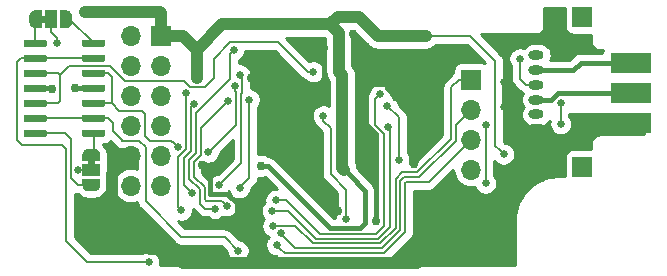
<source format=gbl>
G04 #@! TF.GenerationSoftware,KiCad,Pcbnew,(5.1.4)-1*
G04 #@! TF.CreationDate,2020-02-28T00:57:03+00:00*
G04 #@! TF.ProjectId,analog,616e616c-6f67-42e6-9b69-6361645f7063,rev?*
G04 #@! TF.SameCoordinates,Original*
G04 #@! TF.FileFunction,Copper,L2,Bot*
G04 #@! TF.FilePolarity,Positive*
%FSLAX46Y46*%
G04 Gerber Fmt 4.6, Leading zero omitted, Abs format (unit mm)*
G04 Created by KiCad (PCBNEW (5.1.4)-1) date 2020-02-28 00:57:03*
%MOMM*%
%LPD*%
G04 APERTURE LIST*
%ADD10C,0.100000*%
%ADD11O,1.700000X1.700000*%
%ADD12R,1.700000X1.700000*%
%ADD13C,0.600000*%
%ADD14C,0.500000*%
%ADD15R,1.000000X1.500000*%
%ADD16R,1.500000X1.000000*%
%ADD17R,3.500000X1.750000*%
%ADD18O,1.300000X0.800000*%
%ADD19C,0.800000*%
%ADD20C,0.762000*%
%ADD21C,0.660400*%
%ADD22C,0.761000*%
%ADD23C,0.381000*%
%ADD24C,1.016000*%
%ADD25C,0.762000*%
%ADD26C,0.203200*%
%ADD27C,0.254000*%
G04 APERTURE END LIST*
D10*
G36*
X30132000Y-33284440D02*
G01*
X30632000Y-33284440D01*
X30632000Y-32684440D01*
X30132000Y-32684440D01*
X30132000Y-33284440D01*
G37*
G36*
X34176240Y-44865720D02*
G01*
X34176240Y-45365720D01*
X34776240Y-45365720D01*
X34776240Y-44865720D01*
X34176240Y-44865720D01*
G37*
D11*
X66617400Y-45730160D03*
X66617400Y-43190160D03*
X66617400Y-40650160D03*
D12*
X66617400Y-38110160D03*
X76040800Y-45500960D03*
D10*
G36*
X35505983Y-34734942D02*
G01*
X35520544Y-34737102D01*
X35534823Y-34740679D01*
X35548683Y-34745638D01*
X35561990Y-34751932D01*
X35574616Y-34759500D01*
X35586439Y-34768268D01*
X35597346Y-34778154D01*
X35607232Y-34789061D01*
X35616000Y-34800884D01*
X35623568Y-34813510D01*
X35629862Y-34826817D01*
X35634821Y-34840677D01*
X35638398Y-34854956D01*
X35640558Y-34869517D01*
X35641280Y-34884220D01*
X35641280Y-35184220D01*
X35640558Y-35198923D01*
X35638398Y-35213484D01*
X35634821Y-35227763D01*
X35629862Y-35241623D01*
X35623568Y-35254930D01*
X35616000Y-35267556D01*
X35607232Y-35279379D01*
X35597346Y-35290286D01*
X35586439Y-35300172D01*
X35574616Y-35308940D01*
X35561990Y-35316508D01*
X35548683Y-35322802D01*
X35534823Y-35327761D01*
X35520544Y-35331338D01*
X35505983Y-35333498D01*
X35491280Y-35334220D01*
X33841280Y-35334220D01*
X33826577Y-35333498D01*
X33812016Y-35331338D01*
X33797737Y-35327761D01*
X33783877Y-35322802D01*
X33770570Y-35316508D01*
X33757944Y-35308940D01*
X33746121Y-35300172D01*
X33735214Y-35290286D01*
X33725328Y-35279379D01*
X33716560Y-35267556D01*
X33708992Y-35254930D01*
X33702698Y-35241623D01*
X33697739Y-35227763D01*
X33694162Y-35213484D01*
X33692002Y-35198923D01*
X33691280Y-35184220D01*
X33691280Y-34884220D01*
X33692002Y-34869517D01*
X33694162Y-34854956D01*
X33697739Y-34840677D01*
X33702698Y-34826817D01*
X33708992Y-34813510D01*
X33716560Y-34800884D01*
X33725328Y-34789061D01*
X33735214Y-34778154D01*
X33746121Y-34768268D01*
X33757944Y-34759500D01*
X33770570Y-34751932D01*
X33783877Y-34745638D01*
X33797737Y-34740679D01*
X33812016Y-34737102D01*
X33826577Y-34734942D01*
X33841280Y-34734220D01*
X35491280Y-34734220D01*
X35505983Y-34734942D01*
X35505983Y-34734942D01*
G37*
D13*
X34666280Y-35034220D03*
D10*
G36*
X35505983Y-36004942D02*
G01*
X35520544Y-36007102D01*
X35534823Y-36010679D01*
X35548683Y-36015638D01*
X35561990Y-36021932D01*
X35574616Y-36029500D01*
X35586439Y-36038268D01*
X35597346Y-36048154D01*
X35607232Y-36059061D01*
X35616000Y-36070884D01*
X35623568Y-36083510D01*
X35629862Y-36096817D01*
X35634821Y-36110677D01*
X35638398Y-36124956D01*
X35640558Y-36139517D01*
X35641280Y-36154220D01*
X35641280Y-36454220D01*
X35640558Y-36468923D01*
X35638398Y-36483484D01*
X35634821Y-36497763D01*
X35629862Y-36511623D01*
X35623568Y-36524930D01*
X35616000Y-36537556D01*
X35607232Y-36549379D01*
X35597346Y-36560286D01*
X35586439Y-36570172D01*
X35574616Y-36578940D01*
X35561990Y-36586508D01*
X35548683Y-36592802D01*
X35534823Y-36597761D01*
X35520544Y-36601338D01*
X35505983Y-36603498D01*
X35491280Y-36604220D01*
X33841280Y-36604220D01*
X33826577Y-36603498D01*
X33812016Y-36601338D01*
X33797737Y-36597761D01*
X33783877Y-36592802D01*
X33770570Y-36586508D01*
X33757944Y-36578940D01*
X33746121Y-36570172D01*
X33735214Y-36560286D01*
X33725328Y-36549379D01*
X33716560Y-36537556D01*
X33708992Y-36524930D01*
X33702698Y-36511623D01*
X33697739Y-36497763D01*
X33694162Y-36483484D01*
X33692002Y-36468923D01*
X33691280Y-36454220D01*
X33691280Y-36154220D01*
X33692002Y-36139517D01*
X33694162Y-36124956D01*
X33697739Y-36110677D01*
X33702698Y-36096817D01*
X33708992Y-36083510D01*
X33716560Y-36070884D01*
X33725328Y-36059061D01*
X33735214Y-36048154D01*
X33746121Y-36038268D01*
X33757944Y-36029500D01*
X33770570Y-36021932D01*
X33783877Y-36015638D01*
X33797737Y-36010679D01*
X33812016Y-36007102D01*
X33826577Y-36004942D01*
X33841280Y-36004220D01*
X35491280Y-36004220D01*
X35505983Y-36004942D01*
X35505983Y-36004942D01*
G37*
D13*
X34666280Y-36304220D03*
D10*
G36*
X35505983Y-37274942D02*
G01*
X35520544Y-37277102D01*
X35534823Y-37280679D01*
X35548683Y-37285638D01*
X35561990Y-37291932D01*
X35574616Y-37299500D01*
X35586439Y-37308268D01*
X35597346Y-37318154D01*
X35607232Y-37329061D01*
X35616000Y-37340884D01*
X35623568Y-37353510D01*
X35629862Y-37366817D01*
X35634821Y-37380677D01*
X35638398Y-37394956D01*
X35640558Y-37409517D01*
X35641280Y-37424220D01*
X35641280Y-37724220D01*
X35640558Y-37738923D01*
X35638398Y-37753484D01*
X35634821Y-37767763D01*
X35629862Y-37781623D01*
X35623568Y-37794930D01*
X35616000Y-37807556D01*
X35607232Y-37819379D01*
X35597346Y-37830286D01*
X35586439Y-37840172D01*
X35574616Y-37848940D01*
X35561990Y-37856508D01*
X35548683Y-37862802D01*
X35534823Y-37867761D01*
X35520544Y-37871338D01*
X35505983Y-37873498D01*
X35491280Y-37874220D01*
X33841280Y-37874220D01*
X33826577Y-37873498D01*
X33812016Y-37871338D01*
X33797737Y-37867761D01*
X33783877Y-37862802D01*
X33770570Y-37856508D01*
X33757944Y-37848940D01*
X33746121Y-37840172D01*
X33735214Y-37830286D01*
X33725328Y-37819379D01*
X33716560Y-37807556D01*
X33708992Y-37794930D01*
X33702698Y-37781623D01*
X33697739Y-37767763D01*
X33694162Y-37753484D01*
X33692002Y-37738923D01*
X33691280Y-37724220D01*
X33691280Y-37424220D01*
X33692002Y-37409517D01*
X33694162Y-37394956D01*
X33697739Y-37380677D01*
X33702698Y-37366817D01*
X33708992Y-37353510D01*
X33716560Y-37340884D01*
X33725328Y-37329061D01*
X33735214Y-37318154D01*
X33746121Y-37308268D01*
X33757944Y-37299500D01*
X33770570Y-37291932D01*
X33783877Y-37285638D01*
X33797737Y-37280679D01*
X33812016Y-37277102D01*
X33826577Y-37274942D01*
X33841280Y-37274220D01*
X35491280Y-37274220D01*
X35505983Y-37274942D01*
X35505983Y-37274942D01*
G37*
D13*
X34666280Y-37574220D03*
D10*
G36*
X35505983Y-38544942D02*
G01*
X35520544Y-38547102D01*
X35534823Y-38550679D01*
X35548683Y-38555638D01*
X35561990Y-38561932D01*
X35574616Y-38569500D01*
X35586439Y-38578268D01*
X35597346Y-38588154D01*
X35607232Y-38599061D01*
X35616000Y-38610884D01*
X35623568Y-38623510D01*
X35629862Y-38636817D01*
X35634821Y-38650677D01*
X35638398Y-38664956D01*
X35640558Y-38679517D01*
X35641280Y-38694220D01*
X35641280Y-38994220D01*
X35640558Y-39008923D01*
X35638398Y-39023484D01*
X35634821Y-39037763D01*
X35629862Y-39051623D01*
X35623568Y-39064930D01*
X35616000Y-39077556D01*
X35607232Y-39089379D01*
X35597346Y-39100286D01*
X35586439Y-39110172D01*
X35574616Y-39118940D01*
X35561990Y-39126508D01*
X35548683Y-39132802D01*
X35534823Y-39137761D01*
X35520544Y-39141338D01*
X35505983Y-39143498D01*
X35491280Y-39144220D01*
X33841280Y-39144220D01*
X33826577Y-39143498D01*
X33812016Y-39141338D01*
X33797737Y-39137761D01*
X33783877Y-39132802D01*
X33770570Y-39126508D01*
X33757944Y-39118940D01*
X33746121Y-39110172D01*
X33735214Y-39100286D01*
X33725328Y-39089379D01*
X33716560Y-39077556D01*
X33708992Y-39064930D01*
X33702698Y-39051623D01*
X33697739Y-39037763D01*
X33694162Y-39023484D01*
X33692002Y-39008923D01*
X33691280Y-38994220D01*
X33691280Y-38694220D01*
X33692002Y-38679517D01*
X33694162Y-38664956D01*
X33697739Y-38650677D01*
X33702698Y-38636817D01*
X33708992Y-38623510D01*
X33716560Y-38610884D01*
X33725328Y-38599061D01*
X33735214Y-38588154D01*
X33746121Y-38578268D01*
X33757944Y-38569500D01*
X33770570Y-38561932D01*
X33783877Y-38555638D01*
X33797737Y-38550679D01*
X33812016Y-38547102D01*
X33826577Y-38544942D01*
X33841280Y-38544220D01*
X35491280Y-38544220D01*
X35505983Y-38544942D01*
X35505983Y-38544942D01*
G37*
D13*
X34666280Y-38844220D03*
D10*
G36*
X35505983Y-39814942D02*
G01*
X35520544Y-39817102D01*
X35534823Y-39820679D01*
X35548683Y-39825638D01*
X35561990Y-39831932D01*
X35574616Y-39839500D01*
X35586439Y-39848268D01*
X35597346Y-39858154D01*
X35607232Y-39869061D01*
X35616000Y-39880884D01*
X35623568Y-39893510D01*
X35629862Y-39906817D01*
X35634821Y-39920677D01*
X35638398Y-39934956D01*
X35640558Y-39949517D01*
X35641280Y-39964220D01*
X35641280Y-40264220D01*
X35640558Y-40278923D01*
X35638398Y-40293484D01*
X35634821Y-40307763D01*
X35629862Y-40321623D01*
X35623568Y-40334930D01*
X35616000Y-40347556D01*
X35607232Y-40359379D01*
X35597346Y-40370286D01*
X35586439Y-40380172D01*
X35574616Y-40388940D01*
X35561990Y-40396508D01*
X35548683Y-40402802D01*
X35534823Y-40407761D01*
X35520544Y-40411338D01*
X35505983Y-40413498D01*
X35491280Y-40414220D01*
X33841280Y-40414220D01*
X33826577Y-40413498D01*
X33812016Y-40411338D01*
X33797737Y-40407761D01*
X33783877Y-40402802D01*
X33770570Y-40396508D01*
X33757944Y-40388940D01*
X33746121Y-40380172D01*
X33735214Y-40370286D01*
X33725328Y-40359379D01*
X33716560Y-40347556D01*
X33708992Y-40334930D01*
X33702698Y-40321623D01*
X33697739Y-40307763D01*
X33694162Y-40293484D01*
X33692002Y-40278923D01*
X33691280Y-40264220D01*
X33691280Y-39964220D01*
X33692002Y-39949517D01*
X33694162Y-39934956D01*
X33697739Y-39920677D01*
X33702698Y-39906817D01*
X33708992Y-39893510D01*
X33716560Y-39880884D01*
X33725328Y-39869061D01*
X33735214Y-39858154D01*
X33746121Y-39848268D01*
X33757944Y-39839500D01*
X33770570Y-39831932D01*
X33783877Y-39825638D01*
X33797737Y-39820679D01*
X33812016Y-39817102D01*
X33826577Y-39814942D01*
X33841280Y-39814220D01*
X35491280Y-39814220D01*
X35505983Y-39814942D01*
X35505983Y-39814942D01*
G37*
D13*
X34666280Y-40114220D03*
D10*
G36*
X35505983Y-41084942D02*
G01*
X35520544Y-41087102D01*
X35534823Y-41090679D01*
X35548683Y-41095638D01*
X35561990Y-41101932D01*
X35574616Y-41109500D01*
X35586439Y-41118268D01*
X35597346Y-41128154D01*
X35607232Y-41139061D01*
X35616000Y-41150884D01*
X35623568Y-41163510D01*
X35629862Y-41176817D01*
X35634821Y-41190677D01*
X35638398Y-41204956D01*
X35640558Y-41219517D01*
X35641280Y-41234220D01*
X35641280Y-41534220D01*
X35640558Y-41548923D01*
X35638398Y-41563484D01*
X35634821Y-41577763D01*
X35629862Y-41591623D01*
X35623568Y-41604930D01*
X35616000Y-41617556D01*
X35607232Y-41629379D01*
X35597346Y-41640286D01*
X35586439Y-41650172D01*
X35574616Y-41658940D01*
X35561990Y-41666508D01*
X35548683Y-41672802D01*
X35534823Y-41677761D01*
X35520544Y-41681338D01*
X35505983Y-41683498D01*
X35491280Y-41684220D01*
X33841280Y-41684220D01*
X33826577Y-41683498D01*
X33812016Y-41681338D01*
X33797737Y-41677761D01*
X33783877Y-41672802D01*
X33770570Y-41666508D01*
X33757944Y-41658940D01*
X33746121Y-41650172D01*
X33735214Y-41640286D01*
X33725328Y-41629379D01*
X33716560Y-41617556D01*
X33708992Y-41604930D01*
X33702698Y-41591623D01*
X33697739Y-41577763D01*
X33694162Y-41563484D01*
X33692002Y-41548923D01*
X33691280Y-41534220D01*
X33691280Y-41234220D01*
X33692002Y-41219517D01*
X33694162Y-41204956D01*
X33697739Y-41190677D01*
X33702698Y-41176817D01*
X33708992Y-41163510D01*
X33716560Y-41150884D01*
X33725328Y-41139061D01*
X33735214Y-41128154D01*
X33746121Y-41118268D01*
X33757944Y-41109500D01*
X33770570Y-41101932D01*
X33783877Y-41095638D01*
X33797737Y-41090679D01*
X33812016Y-41087102D01*
X33826577Y-41084942D01*
X33841280Y-41084220D01*
X35491280Y-41084220D01*
X35505983Y-41084942D01*
X35505983Y-41084942D01*
G37*
D13*
X34666280Y-41384220D03*
D10*
G36*
X35505983Y-42354942D02*
G01*
X35520544Y-42357102D01*
X35534823Y-42360679D01*
X35548683Y-42365638D01*
X35561990Y-42371932D01*
X35574616Y-42379500D01*
X35586439Y-42388268D01*
X35597346Y-42398154D01*
X35607232Y-42409061D01*
X35616000Y-42420884D01*
X35623568Y-42433510D01*
X35629862Y-42446817D01*
X35634821Y-42460677D01*
X35638398Y-42474956D01*
X35640558Y-42489517D01*
X35641280Y-42504220D01*
X35641280Y-42804220D01*
X35640558Y-42818923D01*
X35638398Y-42833484D01*
X35634821Y-42847763D01*
X35629862Y-42861623D01*
X35623568Y-42874930D01*
X35616000Y-42887556D01*
X35607232Y-42899379D01*
X35597346Y-42910286D01*
X35586439Y-42920172D01*
X35574616Y-42928940D01*
X35561990Y-42936508D01*
X35548683Y-42942802D01*
X35534823Y-42947761D01*
X35520544Y-42951338D01*
X35505983Y-42953498D01*
X35491280Y-42954220D01*
X33841280Y-42954220D01*
X33826577Y-42953498D01*
X33812016Y-42951338D01*
X33797737Y-42947761D01*
X33783877Y-42942802D01*
X33770570Y-42936508D01*
X33757944Y-42928940D01*
X33746121Y-42920172D01*
X33735214Y-42910286D01*
X33725328Y-42899379D01*
X33716560Y-42887556D01*
X33708992Y-42874930D01*
X33702698Y-42861623D01*
X33697739Y-42847763D01*
X33694162Y-42833484D01*
X33692002Y-42818923D01*
X33691280Y-42804220D01*
X33691280Y-42504220D01*
X33692002Y-42489517D01*
X33694162Y-42474956D01*
X33697739Y-42460677D01*
X33702698Y-42446817D01*
X33708992Y-42433510D01*
X33716560Y-42420884D01*
X33725328Y-42409061D01*
X33735214Y-42398154D01*
X33746121Y-42388268D01*
X33757944Y-42379500D01*
X33770570Y-42371932D01*
X33783877Y-42365638D01*
X33797737Y-42360679D01*
X33812016Y-42357102D01*
X33826577Y-42354942D01*
X33841280Y-42354220D01*
X35491280Y-42354220D01*
X35505983Y-42354942D01*
X35505983Y-42354942D01*
G37*
D13*
X34666280Y-42654220D03*
D10*
G36*
X30555983Y-42354942D02*
G01*
X30570544Y-42357102D01*
X30584823Y-42360679D01*
X30598683Y-42365638D01*
X30611990Y-42371932D01*
X30624616Y-42379500D01*
X30636439Y-42388268D01*
X30647346Y-42398154D01*
X30657232Y-42409061D01*
X30666000Y-42420884D01*
X30673568Y-42433510D01*
X30679862Y-42446817D01*
X30684821Y-42460677D01*
X30688398Y-42474956D01*
X30690558Y-42489517D01*
X30691280Y-42504220D01*
X30691280Y-42804220D01*
X30690558Y-42818923D01*
X30688398Y-42833484D01*
X30684821Y-42847763D01*
X30679862Y-42861623D01*
X30673568Y-42874930D01*
X30666000Y-42887556D01*
X30657232Y-42899379D01*
X30647346Y-42910286D01*
X30636439Y-42920172D01*
X30624616Y-42928940D01*
X30611990Y-42936508D01*
X30598683Y-42942802D01*
X30584823Y-42947761D01*
X30570544Y-42951338D01*
X30555983Y-42953498D01*
X30541280Y-42954220D01*
X28891280Y-42954220D01*
X28876577Y-42953498D01*
X28862016Y-42951338D01*
X28847737Y-42947761D01*
X28833877Y-42942802D01*
X28820570Y-42936508D01*
X28807944Y-42928940D01*
X28796121Y-42920172D01*
X28785214Y-42910286D01*
X28775328Y-42899379D01*
X28766560Y-42887556D01*
X28758992Y-42874930D01*
X28752698Y-42861623D01*
X28747739Y-42847763D01*
X28744162Y-42833484D01*
X28742002Y-42818923D01*
X28741280Y-42804220D01*
X28741280Y-42504220D01*
X28742002Y-42489517D01*
X28744162Y-42474956D01*
X28747739Y-42460677D01*
X28752698Y-42446817D01*
X28758992Y-42433510D01*
X28766560Y-42420884D01*
X28775328Y-42409061D01*
X28785214Y-42398154D01*
X28796121Y-42388268D01*
X28807944Y-42379500D01*
X28820570Y-42371932D01*
X28833877Y-42365638D01*
X28847737Y-42360679D01*
X28862016Y-42357102D01*
X28876577Y-42354942D01*
X28891280Y-42354220D01*
X30541280Y-42354220D01*
X30555983Y-42354942D01*
X30555983Y-42354942D01*
G37*
D13*
X29716280Y-42654220D03*
D10*
G36*
X30555983Y-41084942D02*
G01*
X30570544Y-41087102D01*
X30584823Y-41090679D01*
X30598683Y-41095638D01*
X30611990Y-41101932D01*
X30624616Y-41109500D01*
X30636439Y-41118268D01*
X30647346Y-41128154D01*
X30657232Y-41139061D01*
X30666000Y-41150884D01*
X30673568Y-41163510D01*
X30679862Y-41176817D01*
X30684821Y-41190677D01*
X30688398Y-41204956D01*
X30690558Y-41219517D01*
X30691280Y-41234220D01*
X30691280Y-41534220D01*
X30690558Y-41548923D01*
X30688398Y-41563484D01*
X30684821Y-41577763D01*
X30679862Y-41591623D01*
X30673568Y-41604930D01*
X30666000Y-41617556D01*
X30657232Y-41629379D01*
X30647346Y-41640286D01*
X30636439Y-41650172D01*
X30624616Y-41658940D01*
X30611990Y-41666508D01*
X30598683Y-41672802D01*
X30584823Y-41677761D01*
X30570544Y-41681338D01*
X30555983Y-41683498D01*
X30541280Y-41684220D01*
X28891280Y-41684220D01*
X28876577Y-41683498D01*
X28862016Y-41681338D01*
X28847737Y-41677761D01*
X28833877Y-41672802D01*
X28820570Y-41666508D01*
X28807944Y-41658940D01*
X28796121Y-41650172D01*
X28785214Y-41640286D01*
X28775328Y-41629379D01*
X28766560Y-41617556D01*
X28758992Y-41604930D01*
X28752698Y-41591623D01*
X28747739Y-41577763D01*
X28744162Y-41563484D01*
X28742002Y-41548923D01*
X28741280Y-41534220D01*
X28741280Y-41234220D01*
X28742002Y-41219517D01*
X28744162Y-41204956D01*
X28747739Y-41190677D01*
X28752698Y-41176817D01*
X28758992Y-41163510D01*
X28766560Y-41150884D01*
X28775328Y-41139061D01*
X28785214Y-41128154D01*
X28796121Y-41118268D01*
X28807944Y-41109500D01*
X28820570Y-41101932D01*
X28833877Y-41095638D01*
X28847737Y-41090679D01*
X28862016Y-41087102D01*
X28876577Y-41084942D01*
X28891280Y-41084220D01*
X30541280Y-41084220D01*
X30555983Y-41084942D01*
X30555983Y-41084942D01*
G37*
D13*
X29716280Y-41384220D03*
D10*
G36*
X30555983Y-39814942D02*
G01*
X30570544Y-39817102D01*
X30584823Y-39820679D01*
X30598683Y-39825638D01*
X30611990Y-39831932D01*
X30624616Y-39839500D01*
X30636439Y-39848268D01*
X30647346Y-39858154D01*
X30657232Y-39869061D01*
X30666000Y-39880884D01*
X30673568Y-39893510D01*
X30679862Y-39906817D01*
X30684821Y-39920677D01*
X30688398Y-39934956D01*
X30690558Y-39949517D01*
X30691280Y-39964220D01*
X30691280Y-40264220D01*
X30690558Y-40278923D01*
X30688398Y-40293484D01*
X30684821Y-40307763D01*
X30679862Y-40321623D01*
X30673568Y-40334930D01*
X30666000Y-40347556D01*
X30657232Y-40359379D01*
X30647346Y-40370286D01*
X30636439Y-40380172D01*
X30624616Y-40388940D01*
X30611990Y-40396508D01*
X30598683Y-40402802D01*
X30584823Y-40407761D01*
X30570544Y-40411338D01*
X30555983Y-40413498D01*
X30541280Y-40414220D01*
X28891280Y-40414220D01*
X28876577Y-40413498D01*
X28862016Y-40411338D01*
X28847737Y-40407761D01*
X28833877Y-40402802D01*
X28820570Y-40396508D01*
X28807944Y-40388940D01*
X28796121Y-40380172D01*
X28785214Y-40370286D01*
X28775328Y-40359379D01*
X28766560Y-40347556D01*
X28758992Y-40334930D01*
X28752698Y-40321623D01*
X28747739Y-40307763D01*
X28744162Y-40293484D01*
X28742002Y-40278923D01*
X28741280Y-40264220D01*
X28741280Y-39964220D01*
X28742002Y-39949517D01*
X28744162Y-39934956D01*
X28747739Y-39920677D01*
X28752698Y-39906817D01*
X28758992Y-39893510D01*
X28766560Y-39880884D01*
X28775328Y-39869061D01*
X28785214Y-39858154D01*
X28796121Y-39848268D01*
X28807944Y-39839500D01*
X28820570Y-39831932D01*
X28833877Y-39825638D01*
X28847737Y-39820679D01*
X28862016Y-39817102D01*
X28876577Y-39814942D01*
X28891280Y-39814220D01*
X30541280Y-39814220D01*
X30555983Y-39814942D01*
X30555983Y-39814942D01*
G37*
D13*
X29716280Y-40114220D03*
D10*
G36*
X30555983Y-38544942D02*
G01*
X30570544Y-38547102D01*
X30584823Y-38550679D01*
X30598683Y-38555638D01*
X30611990Y-38561932D01*
X30624616Y-38569500D01*
X30636439Y-38578268D01*
X30647346Y-38588154D01*
X30657232Y-38599061D01*
X30666000Y-38610884D01*
X30673568Y-38623510D01*
X30679862Y-38636817D01*
X30684821Y-38650677D01*
X30688398Y-38664956D01*
X30690558Y-38679517D01*
X30691280Y-38694220D01*
X30691280Y-38994220D01*
X30690558Y-39008923D01*
X30688398Y-39023484D01*
X30684821Y-39037763D01*
X30679862Y-39051623D01*
X30673568Y-39064930D01*
X30666000Y-39077556D01*
X30657232Y-39089379D01*
X30647346Y-39100286D01*
X30636439Y-39110172D01*
X30624616Y-39118940D01*
X30611990Y-39126508D01*
X30598683Y-39132802D01*
X30584823Y-39137761D01*
X30570544Y-39141338D01*
X30555983Y-39143498D01*
X30541280Y-39144220D01*
X28891280Y-39144220D01*
X28876577Y-39143498D01*
X28862016Y-39141338D01*
X28847737Y-39137761D01*
X28833877Y-39132802D01*
X28820570Y-39126508D01*
X28807944Y-39118940D01*
X28796121Y-39110172D01*
X28785214Y-39100286D01*
X28775328Y-39089379D01*
X28766560Y-39077556D01*
X28758992Y-39064930D01*
X28752698Y-39051623D01*
X28747739Y-39037763D01*
X28744162Y-39023484D01*
X28742002Y-39008923D01*
X28741280Y-38994220D01*
X28741280Y-38694220D01*
X28742002Y-38679517D01*
X28744162Y-38664956D01*
X28747739Y-38650677D01*
X28752698Y-38636817D01*
X28758992Y-38623510D01*
X28766560Y-38610884D01*
X28775328Y-38599061D01*
X28785214Y-38588154D01*
X28796121Y-38578268D01*
X28807944Y-38569500D01*
X28820570Y-38561932D01*
X28833877Y-38555638D01*
X28847737Y-38550679D01*
X28862016Y-38547102D01*
X28876577Y-38544942D01*
X28891280Y-38544220D01*
X30541280Y-38544220D01*
X30555983Y-38544942D01*
X30555983Y-38544942D01*
G37*
D13*
X29716280Y-38844220D03*
D10*
G36*
X30555983Y-37274942D02*
G01*
X30570544Y-37277102D01*
X30584823Y-37280679D01*
X30598683Y-37285638D01*
X30611990Y-37291932D01*
X30624616Y-37299500D01*
X30636439Y-37308268D01*
X30647346Y-37318154D01*
X30657232Y-37329061D01*
X30666000Y-37340884D01*
X30673568Y-37353510D01*
X30679862Y-37366817D01*
X30684821Y-37380677D01*
X30688398Y-37394956D01*
X30690558Y-37409517D01*
X30691280Y-37424220D01*
X30691280Y-37724220D01*
X30690558Y-37738923D01*
X30688398Y-37753484D01*
X30684821Y-37767763D01*
X30679862Y-37781623D01*
X30673568Y-37794930D01*
X30666000Y-37807556D01*
X30657232Y-37819379D01*
X30647346Y-37830286D01*
X30636439Y-37840172D01*
X30624616Y-37848940D01*
X30611990Y-37856508D01*
X30598683Y-37862802D01*
X30584823Y-37867761D01*
X30570544Y-37871338D01*
X30555983Y-37873498D01*
X30541280Y-37874220D01*
X28891280Y-37874220D01*
X28876577Y-37873498D01*
X28862016Y-37871338D01*
X28847737Y-37867761D01*
X28833877Y-37862802D01*
X28820570Y-37856508D01*
X28807944Y-37848940D01*
X28796121Y-37840172D01*
X28785214Y-37830286D01*
X28775328Y-37819379D01*
X28766560Y-37807556D01*
X28758992Y-37794930D01*
X28752698Y-37781623D01*
X28747739Y-37767763D01*
X28744162Y-37753484D01*
X28742002Y-37738923D01*
X28741280Y-37724220D01*
X28741280Y-37424220D01*
X28742002Y-37409517D01*
X28744162Y-37394956D01*
X28747739Y-37380677D01*
X28752698Y-37366817D01*
X28758992Y-37353510D01*
X28766560Y-37340884D01*
X28775328Y-37329061D01*
X28785214Y-37318154D01*
X28796121Y-37308268D01*
X28807944Y-37299500D01*
X28820570Y-37291932D01*
X28833877Y-37285638D01*
X28847737Y-37280679D01*
X28862016Y-37277102D01*
X28876577Y-37274942D01*
X28891280Y-37274220D01*
X30541280Y-37274220D01*
X30555983Y-37274942D01*
X30555983Y-37274942D01*
G37*
D13*
X29716280Y-37574220D03*
D10*
G36*
X30555983Y-36004942D02*
G01*
X30570544Y-36007102D01*
X30584823Y-36010679D01*
X30598683Y-36015638D01*
X30611990Y-36021932D01*
X30624616Y-36029500D01*
X30636439Y-36038268D01*
X30647346Y-36048154D01*
X30657232Y-36059061D01*
X30666000Y-36070884D01*
X30673568Y-36083510D01*
X30679862Y-36096817D01*
X30684821Y-36110677D01*
X30688398Y-36124956D01*
X30690558Y-36139517D01*
X30691280Y-36154220D01*
X30691280Y-36454220D01*
X30690558Y-36468923D01*
X30688398Y-36483484D01*
X30684821Y-36497763D01*
X30679862Y-36511623D01*
X30673568Y-36524930D01*
X30666000Y-36537556D01*
X30657232Y-36549379D01*
X30647346Y-36560286D01*
X30636439Y-36570172D01*
X30624616Y-36578940D01*
X30611990Y-36586508D01*
X30598683Y-36592802D01*
X30584823Y-36597761D01*
X30570544Y-36601338D01*
X30555983Y-36603498D01*
X30541280Y-36604220D01*
X28891280Y-36604220D01*
X28876577Y-36603498D01*
X28862016Y-36601338D01*
X28847737Y-36597761D01*
X28833877Y-36592802D01*
X28820570Y-36586508D01*
X28807944Y-36578940D01*
X28796121Y-36570172D01*
X28785214Y-36560286D01*
X28775328Y-36549379D01*
X28766560Y-36537556D01*
X28758992Y-36524930D01*
X28752698Y-36511623D01*
X28747739Y-36497763D01*
X28744162Y-36483484D01*
X28742002Y-36468923D01*
X28741280Y-36454220D01*
X28741280Y-36154220D01*
X28742002Y-36139517D01*
X28744162Y-36124956D01*
X28747739Y-36110677D01*
X28752698Y-36096817D01*
X28758992Y-36083510D01*
X28766560Y-36070884D01*
X28775328Y-36059061D01*
X28785214Y-36048154D01*
X28796121Y-36038268D01*
X28807944Y-36029500D01*
X28820570Y-36021932D01*
X28833877Y-36015638D01*
X28847737Y-36010679D01*
X28862016Y-36007102D01*
X28876577Y-36004942D01*
X28891280Y-36004220D01*
X30541280Y-36004220D01*
X30555983Y-36004942D01*
X30555983Y-36004942D01*
G37*
D13*
X29716280Y-36304220D03*
D10*
G36*
X30555983Y-34734942D02*
G01*
X30570544Y-34737102D01*
X30584823Y-34740679D01*
X30598683Y-34745638D01*
X30611990Y-34751932D01*
X30624616Y-34759500D01*
X30636439Y-34768268D01*
X30647346Y-34778154D01*
X30657232Y-34789061D01*
X30666000Y-34800884D01*
X30673568Y-34813510D01*
X30679862Y-34826817D01*
X30684821Y-34840677D01*
X30688398Y-34854956D01*
X30690558Y-34869517D01*
X30691280Y-34884220D01*
X30691280Y-35184220D01*
X30690558Y-35198923D01*
X30688398Y-35213484D01*
X30684821Y-35227763D01*
X30679862Y-35241623D01*
X30673568Y-35254930D01*
X30666000Y-35267556D01*
X30657232Y-35279379D01*
X30647346Y-35290286D01*
X30636439Y-35300172D01*
X30624616Y-35308940D01*
X30611990Y-35316508D01*
X30598683Y-35322802D01*
X30584823Y-35327761D01*
X30570544Y-35331338D01*
X30555983Y-35333498D01*
X30541280Y-35334220D01*
X28891280Y-35334220D01*
X28876577Y-35333498D01*
X28862016Y-35331338D01*
X28847737Y-35327761D01*
X28833877Y-35322802D01*
X28820570Y-35316508D01*
X28807944Y-35308940D01*
X28796121Y-35300172D01*
X28785214Y-35290286D01*
X28775328Y-35279379D01*
X28766560Y-35267556D01*
X28758992Y-35254930D01*
X28752698Y-35241623D01*
X28747739Y-35227763D01*
X28744162Y-35213484D01*
X28742002Y-35198923D01*
X28741280Y-35184220D01*
X28741280Y-34884220D01*
X28742002Y-34869517D01*
X28744162Y-34854956D01*
X28747739Y-34840677D01*
X28752698Y-34826817D01*
X28758992Y-34813510D01*
X28766560Y-34800884D01*
X28775328Y-34789061D01*
X28785214Y-34778154D01*
X28796121Y-34768268D01*
X28807944Y-34759500D01*
X28820570Y-34751932D01*
X28833877Y-34745638D01*
X28847737Y-34740679D01*
X28862016Y-34737102D01*
X28876577Y-34734942D01*
X28891280Y-34734220D01*
X30541280Y-34734220D01*
X30555983Y-34734942D01*
X30555983Y-34734942D01*
G37*
D13*
X29716280Y-35034220D03*
D12*
X40353800Y-34376360D03*
D11*
X37813800Y-34376360D03*
X40353800Y-36916360D03*
X37813800Y-36916360D03*
X40353800Y-39456360D03*
X37813800Y-39456360D03*
X40353800Y-41996360D03*
X37813800Y-41996360D03*
X40353800Y-44536360D03*
X37813800Y-44536360D03*
X40353800Y-47076360D03*
X37813800Y-47076360D03*
D14*
X29732000Y-32984440D03*
D10*
G36*
X30282000Y-33734440D02*
G01*
X29732000Y-33734440D01*
X29732000Y-33733838D01*
X29707466Y-33733838D01*
X29658635Y-33729028D01*
X29610510Y-33719456D01*
X29563555Y-33705212D01*
X29518222Y-33686435D01*
X29474949Y-33663304D01*
X29434150Y-33636044D01*
X29396221Y-33604916D01*
X29361524Y-33570219D01*
X29330396Y-33532290D01*
X29303136Y-33491491D01*
X29280005Y-33448218D01*
X29261228Y-33402885D01*
X29246984Y-33355930D01*
X29237412Y-33307805D01*
X29232602Y-33258974D01*
X29232602Y-33234440D01*
X29232000Y-33234440D01*
X29232000Y-32734440D01*
X29232602Y-32734440D01*
X29232602Y-32709906D01*
X29237412Y-32661075D01*
X29246984Y-32612950D01*
X29261228Y-32565995D01*
X29280005Y-32520662D01*
X29303136Y-32477389D01*
X29330396Y-32436590D01*
X29361524Y-32398661D01*
X29396221Y-32363964D01*
X29434150Y-32332836D01*
X29474949Y-32305576D01*
X29518222Y-32282445D01*
X29563555Y-32263668D01*
X29610510Y-32249424D01*
X29658635Y-32239852D01*
X29707466Y-32235042D01*
X29732000Y-32235042D01*
X29732000Y-32234440D01*
X30282000Y-32234440D01*
X30282000Y-33734440D01*
X30282000Y-33734440D01*
G37*
D15*
X31032000Y-32984440D03*
D14*
X32332000Y-32984440D03*
D10*
G36*
X32332000Y-32235042D02*
G01*
X32356534Y-32235042D01*
X32405365Y-32239852D01*
X32453490Y-32249424D01*
X32500445Y-32263668D01*
X32545778Y-32282445D01*
X32589051Y-32305576D01*
X32629850Y-32332836D01*
X32667779Y-32363964D01*
X32702476Y-32398661D01*
X32733604Y-32436590D01*
X32760864Y-32477389D01*
X32783995Y-32520662D01*
X32802772Y-32565995D01*
X32817016Y-32612950D01*
X32826588Y-32661075D01*
X32831398Y-32709906D01*
X32831398Y-32734440D01*
X32832000Y-32734440D01*
X32832000Y-33234440D01*
X32831398Y-33234440D01*
X32831398Y-33258974D01*
X32826588Y-33307805D01*
X32817016Y-33355930D01*
X32802772Y-33402885D01*
X32783995Y-33448218D01*
X32760864Y-33491491D01*
X32733604Y-33532290D01*
X32702476Y-33570219D01*
X32667779Y-33604916D01*
X32629850Y-33636044D01*
X32589051Y-33663304D01*
X32545778Y-33686435D01*
X32500445Y-33705212D01*
X32453490Y-33719456D01*
X32405365Y-33729028D01*
X32356534Y-33733838D01*
X32332000Y-33733838D01*
X32332000Y-33734440D01*
X31782000Y-33734440D01*
X31782000Y-32234440D01*
X32332000Y-32234440D01*
X32332000Y-32235042D01*
X32332000Y-32235042D01*
G37*
D14*
X34476240Y-47065720D03*
D10*
G36*
X35225638Y-47065720D02*
G01*
X35225638Y-47090254D01*
X35220828Y-47139085D01*
X35211256Y-47187210D01*
X35197012Y-47234165D01*
X35178235Y-47279498D01*
X35155104Y-47322771D01*
X35127844Y-47363570D01*
X35096716Y-47401499D01*
X35062019Y-47436196D01*
X35024090Y-47467324D01*
X34983291Y-47494584D01*
X34940018Y-47517715D01*
X34894685Y-47536492D01*
X34847730Y-47550736D01*
X34799605Y-47560308D01*
X34750774Y-47565118D01*
X34726240Y-47565118D01*
X34726240Y-47565720D01*
X34226240Y-47565720D01*
X34226240Y-47565118D01*
X34201706Y-47565118D01*
X34152875Y-47560308D01*
X34104750Y-47550736D01*
X34057795Y-47536492D01*
X34012462Y-47517715D01*
X33969189Y-47494584D01*
X33928390Y-47467324D01*
X33890461Y-47436196D01*
X33855764Y-47401499D01*
X33824636Y-47363570D01*
X33797376Y-47322771D01*
X33774245Y-47279498D01*
X33755468Y-47234165D01*
X33741224Y-47187210D01*
X33731652Y-47139085D01*
X33726842Y-47090254D01*
X33726842Y-47065720D01*
X33726240Y-47065720D01*
X33726240Y-46515720D01*
X35226240Y-46515720D01*
X35226240Y-47065720D01*
X35225638Y-47065720D01*
X35225638Y-47065720D01*
G37*
D16*
X34476240Y-45765720D03*
D14*
X34476240Y-44465720D03*
D10*
G36*
X33726240Y-45015720D02*
G01*
X33726240Y-44465720D01*
X33726842Y-44465720D01*
X33726842Y-44441186D01*
X33731652Y-44392355D01*
X33741224Y-44344230D01*
X33755468Y-44297275D01*
X33774245Y-44251942D01*
X33797376Y-44208669D01*
X33824636Y-44167870D01*
X33855764Y-44129941D01*
X33890461Y-44095244D01*
X33928390Y-44064116D01*
X33969189Y-44036856D01*
X34012462Y-44013725D01*
X34057795Y-43994948D01*
X34104750Y-43980704D01*
X34152875Y-43971132D01*
X34201706Y-43966322D01*
X34226240Y-43966322D01*
X34226240Y-43965720D01*
X34726240Y-43965720D01*
X34726240Y-43966322D01*
X34750774Y-43966322D01*
X34799605Y-43971132D01*
X34847730Y-43980704D01*
X34894685Y-43994948D01*
X34940018Y-44013725D01*
X34983291Y-44036856D01*
X35024090Y-44064116D01*
X35062019Y-44095244D01*
X35096716Y-44129941D01*
X35127844Y-44167870D01*
X35155104Y-44208669D01*
X35178235Y-44251942D01*
X35197012Y-44297275D01*
X35211256Y-44344230D01*
X35220828Y-44392355D01*
X35225638Y-44441186D01*
X35225638Y-44465720D01*
X35226240Y-44465720D01*
X35226240Y-45015720D01*
X33726240Y-45015720D01*
X33726240Y-45015720D01*
G37*
D12*
X76040800Y-32801560D03*
D17*
X80130200Y-41740960D03*
X80130200Y-39200960D03*
X80130200Y-36660960D03*
D18*
X72154600Y-36050960D03*
X72154600Y-37300960D03*
X72154600Y-38550960D03*
X72154600Y-39800960D03*
X72154600Y-41050960D03*
D10*
G36*
X72624203Y-41901923D02*
G01*
X72643618Y-41904803D01*
X72662657Y-41909572D01*
X72681137Y-41916184D01*
X72698879Y-41924576D01*
X72715714Y-41934666D01*
X72731479Y-41946358D01*
X72746021Y-41959539D01*
X72759202Y-41974081D01*
X72770894Y-41989846D01*
X72780984Y-42006681D01*
X72789376Y-42024423D01*
X72795988Y-42042903D01*
X72800757Y-42061942D01*
X72803637Y-42081357D01*
X72804600Y-42100960D01*
X72804600Y-42500960D01*
X72803637Y-42520563D01*
X72800757Y-42539978D01*
X72795988Y-42559017D01*
X72789376Y-42577497D01*
X72780984Y-42595239D01*
X72770894Y-42612074D01*
X72759202Y-42627839D01*
X72746021Y-42642381D01*
X72731479Y-42655562D01*
X72715714Y-42667254D01*
X72698879Y-42677344D01*
X72681137Y-42685736D01*
X72662657Y-42692348D01*
X72643618Y-42697117D01*
X72624203Y-42699997D01*
X72604600Y-42700960D01*
X71704600Y-42700960D01*
X71684997Y-42699997D01*
X71665582Y-42697117D01*
X71646543Y-42692348D01*
X71628063Y-42685736D01*
X71610321Y-42677344D01*
X71593486Y-42667254D01*
X71577721Y-42655562D01*
X71563179Y-42642381D01*
X71549998Y-42627839D01*
X71538306Y-42612074D01*
X71528216Y-42595239D01*
X71519824Y-42577497D01*
X71513212Y-42559017D01*
X71508443Y-42539978D01*
X71505563Y-42520563D01*
X71504600Y-42500960D01*
X71504600Y-42100960D01*
X71505563Y-42081357D01*
X71508443Y-42061942D01*
X71513212Y-42042903D01*
X71519824Y-42024423D01*
X71528216Y-42006681D01*
X71538306Y-41989846D01*
X71549998Y-41974081D01*
X71563179Y-41959539D01*
X71577721Y-41946358D01*
X71593486Y-41934666D01*
X71610321Y-41924576D01*
X71628063Y-41916184D01*
X71646543Y-41909572D01*
X71665582Y-41904803D01*
X71684997Y-41901923D01*
X71704600Y-41900960D01*
X72604600Y-41900960D01*
X72624203Y-41901923D01*
X72624203Y-41901923D01*
G37*
D19*
X72154600Y-42300960D03*
D20*
X54180400Y-35408758D03*
X45103600Y-50403760D03*
X58540200Y-50096420D03*
X56626462Y-34209840D03*
X48016990Y-37938823D03*
X58514800Y-53670254D03*
X51910800Y-43850560D03*
X39354200Y-52546360D03*
X55350532Y-49273471D03*
X60269937Y-39578284D03*
D21*
X63810700Y-42076260D03*
D20*
X64012400Y-51684960D03*
D21*
X69386000Y-40387160D03*
X69373300Y-38347760D03*
X63823400Y-37876260D03*
D20*
X31120900Y-38864540D03*
X34331458Y-49131220D03*
X43831060Y-45374560D03*
X62286700Y-48036480D03*
X61754774Y-45272973D03*
D21*
X59530809Y-40319969D03*
X41772377Y-43795964D03*
X60518860Y-44879270D03*
X47040402Y-37709336D03*
X45281433Y-47037002D03*
X70757600Y-36332160D03*
X74212000Y-41869360D03*
X74211998Y-40116760D03*
X53272240Y-37449760D03*
X67849300Y-41920160D03*
X67854380Y-46898560D03*
X46019561Y-39883148D03*
X45942342Y-48803018D03*
X50158200Y-52092860D03*
X49818223Y-50498525D03*
D20*
X55720800Y-39634160D03*
X33978400Y-32420560D03*
X52114000Y-33436560D03*
X43427216Y-37932360D03*
X60447740Y-34432240D03*
X61623760Y-34432240D03*
D22*
X62799780Y-34432240D03*
D20*
X48865340Y-45417740D03*
X55873200Y-45730160D03*
X35959612Y-32420560D03*
X34943602Y-32420560D03*
X33132580Y-38823900D03*
D21*
X69386001Y-44425760D03*
X50496184Y-51133535D03*
X46907000Y-52600860D03*
X46627600Y-38618160D03*
X44367043Y-44277280D03*
X46561560Y-35590480D03*
X44951200Y-49032156D03*
X49787933Y-49222665D03*
X59607004Y-42123360D03*
X50100738Y-48301598D03*
X58895801Y-39367460D03*
X42449300Y-39263320D03*
X42106400Y-49184560D03*
X43147810Y-40172873D03*
X43020800Y-47711360D03*
X39363200Y-53553360D03*
X54116070Y-41168937D03*
X56036342Y-49946495D03*
X47862038Y-39806880D03*
X47026380Y-47289720D03*
X31557780Y-35044380D03*
X33378960Y-45742860D03*
D23*
X61893000Y-51673760D02*
X61881800Y-51684960D01*
X37890000Y-44612560D02*
X37813800Y-44536360D01*
X59497780Y-38468300D02*
X59497780Y-37081158D01*
X59497780Y-37081158D02*
X57007461Y-34590839D01*
X57007461Y-34590839D02*
X56626462Y-34209840D01*
X54180400Y-35408758D02*
X54180400Y-38761560D01*
X54180400Y-38761560D02*
X53094440Y-39847520D01*
X45103600Y-50403760D02*
X46784574Y-50403760D01*
X50134183Y-37938823D02*
X48016990Y-37938823D01*
X51910800Y-43850560D02*
X51910800Y-39715440D01*
X51910800Y-39715440D02*
X50134183Y-37938823D01*
X52042880Y-39847520D02*
X51910800Y-39715440D01*
X53094440Y-39847520D02*
X52042880Y-39847520D01*
D24*
X37813800Y-44536360D02*
X37813800Y-44536362D01*
D23*
X48644306Y-52263492D02*
X48644306Y-53657554D01*
X46784574Y-50403760D02*
X48644306Y-52263492D01*
X51910800Y-45833739D02*
X54969533Y-48892472D01*
X54969533Y-48892472D02*
X55350532Y-49273471D01*
X51910800Y-43850560D02*
X51910800Y-45833739D01*
X59497780Y-38468300D02*
X58164786Y-38468300D01*
X57689299Y-38943787D02*
X57689299Y-41845942D01*
X58540200Y-49557605D02*
X58540200Y-50096420D01*
X58164786Y-38468300D02*
X57689299Y-38943787D01*
X57689299Y-41845942D02*
X58540200Y-42696843D01*
X58540200Y-42696843D02*
X58540200Y-49557605D01*
X60269937Y-39578284D02*
X61754774Y-41063121D01*
X63792826Y-42058386D02*
X63810700Y-42076260D01*
X61754774Y-42058386D02*
X63792826Y-42058386D01*
X61754774Y-41063121D02*
X61754774Y-42058386D01*
X64184000Y-51684960D02*
X64012400Y-51684960D01*
X63473585Y-51684960D02*
X64012400Y-51684960D01*
X61904200Y-51684960D02*
X63473585Y-51684960D01*
X61893000Y-51673760D02*
X61904200Y-51684960D01*
X69386000Y-40387160D02*
X69386000Y-38360460D01*
X69386000Y-38360460D02*
X69373300Y-38347760D01*
X61971961Y-37876260D02*
X60269937Y-39578284D01*
X63823400Y-37876260D02*
X61971961Y-37876260D01*
X59497780Y-38806127D02*
X60269937Y-39578284D01*
X59497780Y-38468300D02*
X59497780Y-38806127D01*
X31100580Y-38844220D02*
X31120900Y-38864540D01*
X29716280Y-38844220D02*
X31100580Y-38844220D01*
X39354200Y-52546360D02*
X35939060Y-49131220D01*
X35939060Y-49131220D02*
X34583255Y-49131220D01*
D24*
X37813800Y-44536360D02*
X36213600Y-46136560D01*
X36213600Y-46136560D02*
X36213600Y-48856680D01*
X35939060Y-49131220D02*
X34331458Y-49131220D01*
X36213600Y-48856680D02*
X35939060Y-49131220D01*
D23*
X44557523Y-47773289D02*
X44557523Y-46101023D01*
X45983986Y-47773289D02*
X44557523Y-47773289D01*
X46784574Y-48573877D02*
X45983986Y-47773289D01*
X46784574Y-50403760D02*
X46784574Y-48573877D01*
X44557523Y-46101023D02*
X43831060Y-45374560D01*
X61905701Y-48417479D02*
X62286700Y-48036480D01*
X61893000Y-48430180D02*
X61905701Y-48417479D01*
X61893000Y-51673760D02*
X61893000Y-48430180D01*
X61754774Y-44734158D02*
X61754774Y-45272973D01*
X61754774Y-42058386D02*
X61754774Y-44734158D01*
X64012400Y-51684960D02*
X67092150Y-48605210D01*
X67092150Y-48605210D02*
X68187350Y-48605210D01*
X70342200Y-40387160D02*
X69386000Y-40387160D01*
X70757600Y-40802560D02*
X70342200Y-40387160D01*
D25*
X39354200Y-52546360D02*
X41099400Y-52546360D01*
X41099400Y-52546360D02*
X42210594Y-53657554D01*
D24*
X48657006Y-53670254D02*
X58514800Y-53670254D01*
X48644306Y-53657554D02*
X48657006Y-53670254D01*
X62027106Y-53670254D02*
X64012400Y-51684960D01*
X58514800Y-53670254D02*
X62027106Y-53670254D01*
X46985794Y-53657554D02*
X42210594Y-53657554D01*
X48644306Y-53657554D02*
X46985794Y-53657554D01*
D23*
X70757600Y-40802560D02*
X70757600Y-41843960D01*
X71214600Y-42300960D02*
X72154600Y-42300960D01*
X70757600Y-41843960D02*
X71214600Y-42300960D01*
X68187350Y-48605210D02*
X68187350Y-48592510D01*
X68187350Y-48592510D02*
X72154600Y-44625260D01*
X74161200Y-43456860D02*
X72154600Y-43456860D01*
X75877100Y-41740960D02*
X74161200Y-43456860D01*
X80130200Y-41740960D02*
X75877100Y-41740960D01*
X72154600Y-44625260D02*
X72154600Y-43456860D01*
X72154600Y-43456860D02*
X72154600Y-42300960D01*
D26*
X36221220Y-40114220D02*
X34666280Y-40114220D01*
X36221220Y-40114220D02*
X36221220Y-37912040D01*
X35883400Y-37574220D02*
X34666280Y-37574220D01*
X36221220Y-37912040D02*
X35883400Y-37574220D01*
X41258013Y-43281600D02*
X41442178Y-43465765D01*
X41442178Y-43465765D02*
X41772377Y-43795964D01*
X36221220Y-40114220D02*
X36858760Y-40751760D01*
X36858760Y-40751760D02*
X38753600Y-40751760D01*
X38753600Y-40751760D02*
X39058400Y-41056560D01*
X39058400Y-41056560D02*
X39058400Y-42885360D01*
X39454640Y-43281600D02*
X41258013Y-43281600D01*
X39058400Y-42885360D02*
X39454640Y-43281600D01*
X60518860Y-44412297D02*
X60518860Y-44879270D01*
X59530809Y-40319969D02*
X60518860Y-41308020D01*
X60518860Y-41308020D02*
X60518860Y-44412297D01*
D23*
X73185600Y-37300960D02*
X72154600Y-37300960D01*
X75275200Y-37300960D02*
X73185600Y-37300960D01*
X80130200Y-36660960D02*
X75915200Y-36660960D01*
X75915200Y-36660960D02*
X75275200Y-37300960D01*
D26*
X47040402Y-37709336D02*
X47262601Y-37931535D01*
X47186400Y-39306095D02*
X47186400Y-45132035D01*
X47262601Y-37931535D02*
X47262601Y-39229894D01*
X47186400Y-45132035D02*
X45611632Y-46706803D01*
X45611632Y-46706803D02*
X45281433Y-47037002D01*
X47262601Y-39229894D02*
X47186400Y-39306095D01*
X70757600Y-36332160D02*
X70757600Y-38051740D01*
X71256820Y-38550960D02*
X72154600Y-38550960D01*
X70757600Y-38051740D02*
X71256820Y-38550960D01*
X74212000Y-40116762D02*
X74211998Y-40116760D01*
X74212000Y-41869360D02*
X74212000Y-40116762D01*
X42870952Y-38745170D02*
X42337542Y-38211760D01*
X44057110Y-38745170D02*
X42870952Y-38745170D01*
X52805267Y-37449760D02*
X50310986Y-34955479D01*
X53272240Y-37449760D02*
X52805267Y-37449760D01*
X50310986Y-34955479D02*
X46256759Y-34955479D01*
X46256759Y-34955479D02*
X44857220Y-36355018D01*
X44857220Y-36355018D02*
X44857220Y-37945060D01*
X44857220Y-37945060D02*
X44057110Y-38745170D01*
X42337542Y-38211760D02*
X37290560Y-38211760D01*
X37290560Y-38211760D02*
X36020560Y-36941760D01*
X36020560Y-36941760D02*
X33462780Y-36941760D01*
X33462780Y-36941760D02*
X33460240Y-36944300D01*
X29716280Y-40114220D02*
X31644140Y-40114220D01*
X31806701Y-39951659D02*
X31806701Y-37708841D01*
X31644140Y-40114220D02*
X31806701Y-39951659D01*
X31672080Y-37574220D02*
X29716280Y-37574220D01*
X31806701Y-37708841D02*
X31672080Y-37574220D01*
X32573782Y-36941760D02*
X31806701Y-37708841D01*
X33462780Y-36941760D02*
X32573782Y-36941760D01*
X67849300Y-41920160D02*
X67849300Y-46893480D01*
X67849300Y-46893480D02*
X67854380Y-46898560D01*
D23*
X73372100Y-39800960D02*
X72154600Y-39800960D01*
X80130200Y-39200960D02*
X73972100Y-39200960D01*
X73972100Y-39200960D02*
X73372100Y-39800960D01*
D26*
X45612143Y-48472819D02*
X45942342Y-48803018D01*
X45485144Y-48345820D02*
X45612143Y-48472819D01*
X44172731Y-48345820D02*
X45485144Y-48345820D01*
X43732016Y-44458618D02*
X43145259Y-45045375D01*
X43732016Y-42170693D02*
X43732016Y-44458618D01*
X44062212Y-48235301D02*
X44172731Y-48345820D01*
X44062212Y-47238219D02*
X44062212Y-48235301D01*
X43145259Y-45045375D02*
X43145259Y-46321266D01*
X46019561Y-39883148D02*
X43732016Y-42170693D01*
X43145259Y-46321266D02*
X44062212Y-47238219D01*
X63035966Y-46771594D02*
X61138890Y-46771594D01*
X61054844Y-51016160D02*
X59279644Y-52791360D01*
X66617400Y-43190160D02*
X63035966Y-46771594D01*
X61054844Y-46855640D02*
X61054844Y-51016160D01*
X50856700Y-52791360D02*
X50488399Y-52423059D01*
X61138890Y-46771594D02*
X61054844Y-46855640D01*
X59279644Y-52791360D02*
X50856700Y-52791360D01*
X50488399Y-52423059D02*
X50158200Y-52092860D01*
X51726993Y-50498525D02*
X50285196Y-50498525D01*
X58942964Y-51978538D02*
X53207006Y-51978538D01*
X64941000Y-43101735D02*
X62083960Y-45958775D01*
X65564200Y-38110160D02*
X64941000Y-38733360D01*
X62083960Y-45958775D02*
X60802207Y-45958775D01*
X60802207Y-45958775D02*
X60242022Y-46518960D01*
X60242022Y-46518960D02*
X60242022Y-50679480D01*
X53207006Y-51978538D02*
X51726993Y-50498525D01*
X50285196Y-50498525D02*
X49818223Y-50498525D01*
X60242022Y-50679480D02*
X58942964Y-51978538D01*
X66617400Y-38110160D02*
X65564200Y-38110160D01*
X64941000Y-38733360D02*
X64941000Y-43101735D01*
D24*
X42219800Y-34376360D02*
X43427200Y-35583760D01*
X40353800Y-34376360D02*
X42219800Y-34376360D01*
X43427200Y-35583760D02*
X45574400Y-33436560D01*
X52977600Y-33436560D02*
X54704800Y-33436560D01*
X45574400Y-33436560D02*
X52114000Y-33436560D01*
X52114000Y-33436560D02*
X52977600Y-33436560D01*
X43427200Y-35583760D02*
X43427216Y-35583776D01*
X43427216Y-35583776D02*
X43427216Y-37393545D01*
X43427216Y-37393545D02*
X43427216Y-37932360D01*
X55327102Y-32814258D02*
X54704800Y-33436560D01*
X62799780Y-34432240D02*
X58736800Y-34432240D01*
X58736800Y-34432240D02*
X57118818Y-32814258D01*
X57118818Y-32814258D02*
X55327102Y-32814258D01*
X54704800Y-33436560D02*
X55436320Y-34168080D01*
X55720800Y-37721540D02*
X55436320Y-37437060D01*
X55720800Y-39634160D02*
X55720800Y-37721540D01*
X55436320Y-34168080D02*
X55436320Y-37437060D01*
X55720800Y-39634160D02*
X55720800Y-45577760D01*
X55720800Y-45577760D02*
X55873200Y-45730160D01*
X40353800Y-34376360D02*
X40353800Y-32510360D01*
X40264000Y-32420560D02*
X33978400Y-32420560D01*
X40353800Y-32510360D02*
X40264000Y-32420560D01*
D23*
X57643580Y-50264060D02*
X57643580Y-47500540D01*
X49404155Y-45417740D02*
X54656820Y-50670405D01*
X54656820Y-50670405D02*
X57237235Y-50670405D01*
X56254199Y-46111159D02*
X55873200Y-45730160D01*
X48865340Y-45417740D02*
X49404155Y-45417740D01*
X57643580Y-47500540D02*
X56254199Y-46111159D01*
X57237235Y-50670405D02*
X57643580Y-50264060D01*
X34645960Y-38823900D02*
X34666280Y-38844220D01*
X33132580Y-38823900D02*
X34645960Y-38823900D01*
D26*
X69055802Y-44095561D02*
X69386001Y-44425760D01*
X68682420Y-43722179D02*
X69055802Y-44095561D01*
X68682420Y-36548060D02*
X68682420Y-43722179D01*
X62799780Y-34432240D02*
X66566600Y-34432240D01*
X66566600Y-34432240D02*
X68682420Y-36548060D01*
X62252300Y-46365183D02*
X60970550Y-46365183D01*
X59111304Y-52384949D02*
X51747598Y-52384949D01*
X60648433Y-50847820D02*
X59111304Y-52384949D01*
X60648433Y-46687300D02*
X60648433Y-50847820D01*
X60970550Y-46365183D02*
X60648433Y-46687300D01*
X65347411Y-43270072D02*
X62252300Y-46365183D01*
X66617400Y-40650160D02*
X65347411Y-41920149D01*
X50826383Y-51463734D02*
X50496184Y-51133535D01*
X65347411Y-41920149D02*
X65347411Y-43270072D01*
X51747598Y-52384949D02*
X50826383Y-51463734D01*
X35906260Y-41384220D02*
X34666280Y-41384220D01*
X36272020Y-41749980D02*
X35906260Y-41384220D01*
X36272020Y-42471340D02*
X36272020Y-41749980D01*
X37064500Y-43263820D02*
X36272020Y-42471340D01*
X37064500Y-43279060D02*
X37064500Y-43263820D01*
X45751300Y-51445160D02*
X42093700Y-51445160D01*
X46907000Y-52600860D02*
X45751300Y-51445160D01*
X42093700Y-51445160D02*
X39071100Y-48422560D01*
X39071100Y-48422560D02*
X39071100Y-43837860D01*
X39071100Y-43837860D02*
X38512300Y-43279060D01*
X38512300Y-43279060D02*
X37064500Y-43279060D01*
X33591280Y-41384220D02*
X29716280Y-41384220D01*
X34666280Y-41384220D02*
X33591280Y-41384220D01*
X46729200Y-41915123D02*
X44697242Y-43947081D01*
X44697242Y-43947081D02*
X44367043Y-44277280D01*
X46729200Y-39186733D02*
X46729200Y-41915123D01*
X46627600Y-39085133D02*
X46729200Y-39186733D01*
X46627600Y-38618160D02*
X46627600Y-39085133D01*
X42738848Y-46489606D02*
X43655801Y-47406559D01*
X43655801Y-47406559D02*
X43655801Y-48610134D01*
X43655801Y-48610134D02*
X44077823Y-49032156D01*
X44077823Y-49032156D02*
X44484227Y-49032156D01*
X44484227Y-49032156D02*
X44951200Y-49032156D01*
X42738848Y-44877035D02*
X42738848Y-46489606D01*
X43325605Y-44290278D02*
X42738848Y-44877035D01*
X43325605Y-40934882D02*
X43325605Y-44290278D01*
X46231361Y-38029126D02*
X43325605Y-40934882D01*
X46231361Y-35920679D02*
X46231361Y-38029126D01*
X46561560Y-35590480D02*
X46231361Y-35920679D01*
X59797498Y-50549253D02*
X59797498Y-42313854D01*
X58774624Y-51572127D02*
X59797498Y-50549253D01*
X49787933Y-49222665D02*
X51145878Y-49222665D01*
X51145878Y-49222665D02*
X53495340Y-51572127D01*
X59797498Y-42313854D02*
X59607004Y-42123360D01*
X53495340Y-51572127D02*
X58774624Y-51572127D01*
X58606284Y-51165716D02*
X59276800Y-50495200D01*
X58527480Y-39735781D02*
X58565602Y-39697659D01*
X58527480Y-41983648D02*
X58527480Y-39735781D01*
X53812829Y-51165716D02*
X58606284Y-51165716D01*
X58565602Y-39697659D02*
X58895801Y-39367460D01*
X59276800Y-50495200D02*
X59276800Y-42732968D01*
X50100738Y-48301598D02*
X50948711Y-48301598D01*
X50948711Y-48301598D02*
X53812829Y-51165716D01*
X59276800Y-42732968D02*
X58527480Y-41983648D01*
X42449300Y-39263320D02*
X42449300Y-44017082D01*
X42449300Y-44017082D02*
X41776201Y-44690181D01*
X41776201Y-44690181D02*
X41776201Y-48854361D01*
X41776201Y-48854361D02*
X42106400Y-49184560D01*
X42919194Y-44121939D02*
X42332437Y-44708695D01*
X42332437Y-44708695D02*
X42332437Y-47022997D01*
X42332437Y-47022997D02*
X42690601Y-47381161D01*
X42690601Y-47381161D02*
X43020800Y-47711360D01*
X43147810Y-40172873D02*
X42919194Y-40401489D01*
X42919194Y-40401489D02*
X42919194Y-44121939D01*
X34666280Y-36304220D02*
X29716280Y-36304220D01*
X34143500Y-53553360D02*
X39363200Y-53553360D01*
X28522480Y-36304220D02*
X28189740Y-36636960D01*
X29716280Y-36304220D02*
X28522480Y-36304220D01*
X28189740Y-36636960D02*
X28189740Y-43202860D01*
X28189740Y-43202860D02*
X28601220Y-43614340D01*
X28601220Y-43614340D02*
X31976880Y-43614340D01*
X32337549Y-51747409D02*
X32361690Y-51771550D01*
X32337549Y-43975009D02*
X32337549Y-51747409D01*
X31976880Y-43614340D02*
X32337549Y-43975009D01*
X32361690Y-51771550D02*
X34143500Y-53553360D01*
X56036342Y-47430002D02*
X56036342Y-49946495D01*
X54730200Y-46123860D02*
X56036342Y-47430002D01*
X54730200Y-42224960D02*
X54730200Y-46123860D01*
X54116070Y-41168937D02*
X54116070Y-41610830D01*
X54116070Y-41610830D02*
X54730200Y-42224960D01*
X47862038Y-39806880D02*
X47862038Y-46454062D01*
X47862038Y-46454062D02*
X47356579Y-46959521D01*
X47356579Y-46959521D02*
X47026380Y-47289720D01*
X32616500Y-32984440D02*
X32332000Y-32984440D01*
X34666280Y-35034220D02*
X32616500Y-32984440D01*
X29732000Y-35018500D02*
X29716280Y-35034220D01*
X29732000Y-32984440D02*
X29732000Y-35018500D01*
X34654040Y-42666460D02*
X34666280Y-42654220D01*
X34666280Y-44275680D02*
X34476240Y-44465720D01*
X34666280Y-42654220D02*
X34666280Y-44275680D01*
X34476240Y-47065720D02*
X33345460Y-47065720D01*
X32743959Y-46464219D02*
X32743959Y-43131739D01*
X33345460Y-47065720D02*
X32743959Y-46464219D01*
X32266440Y-42654220D02*
X29716280Y-42654220D01*
X32743959Y-43131739D02*
X32266440Y-42654220D01*
X31032000Y-33937640D02*
X31032000Y-32984440D01*
X31032000Y-34051627D02*
X31032000Y-33937640D01*
X31557780Y-34577407D02*
X31032000Y-34051627D01*
X31557780Y-35044380D02*
X31557780Y-34577407D01*
X34623560Y-45742860D02*
X34654040Y-45773340D01*
X33378960Y-45742860D02*
X34623560Y-45742860D01*
X34453380Y-45742860D02*
X34476240Y-45765720D01*
X33378960Y-45742860D02*
X34453380Y-45742860D01*
D27*
G36*
X74552728Y-33651560D02*
G01*
X74564988Y-33776042D01*
X74601298Y-33895740D01*
X74660263Y-34006054D01*
X74739615Y-34102745D01*
X74836306Y-34182097D01*
X74946620Y-34241062D01*
X75066318Y-34277372D01*
X75190800Y-34289632D01*
X76803601Y-34289632D01*
X76803601Y-34906583D01*
X76800286Y-34940240D01*
X76813512Y-35074523D01*
X76852681Y-35203646D01*
X76916288Y-35322647D01*
X77001889Y-35426951D01*
X77106193Y-35512552D01*
X77225194Y-35576159D01*
X77354317Y-35615328D01*
X77454953Y-35625240D01*
X77488600Y-35628554D01*
X77522247Y-35625240D01*
X77765381Y-35625240D01*
X77754388Y-35661478D01*
X77742128Y-35785960D01*
X77742128Y-35835460D01*
X75955750Y-35835460D01*
X75915200Y-35831466D01*
X75874649Y-35835460D01*
X75874647Y-35835460D01*
X75753374Y-35847404D01*
X75603041Y-35893007D01*
X75597766Y-35894607D01*
X75454357Y-35971261D01*
X75360158Y-36048568D01*
X75360155Y-36048571D01*
X75328659Y-36074419D01*
X75302810Y-36105916D01*
X74933267Y-36475460D01*
X73351273Y-36475460D01*
X73365441Y-36448953D01*
X73424624Y-36253855D01*
X73444607Y-36050960D01*
X73424624Y-35848065D01*
X73365441Y-35652967D01*
X73269334Y-35473163D01*
X73139996Y-35315564D01*
X72982397Y-35186226D01*
X72802593Y-35090119D01*
X72607495Y-35030936D01*
X72455438Y-35015960D01*
X71853762Y-35015960D01*
X71701705Y-35030936D01*
X71506607Y-35090119D01*
X71326803Y-35186226D01*
X71169204Y-35315564D01*
X71082010Y-35421810D01*
X71039138Y-35404052D01*
X70852664Y-35366960D01*
X70662536Y-35366960D01*
X70476062Y-35404052D01*
X70300406Y-35476811D01*
X70142321Y-35582440D01*
X70007880Y-35716881D01*
X69902251Y-35874966D01*
X69829492Y-36050622D01*
X69792400Y-36237096D01*
X69792400Y-36427224D01*
X69829492Y-36613698D01*
X69902251Y-36789354D01*
X70007880Y-36947439D01*
X70021000Y-36960559D01*
X70021001Y-38015547D01*
X70017436Y-38051740D01*
X70028195Y-38160966D01*
X70031659Y-38196139D01*
X70037579Y-38215654D01*
X70073778Y-38334987D01*
X70142176Y-38462952D01*
X70207111Y-38542075D01*
X70234226Y-38575115D01*
X70262332Y-38598181D01*
X70710379Y-39046228D01*
X70733445Y-39074335D01*
X70845607Y-39166384D01*
X70973571Y-39234782D01*
X71025272Y-39250466D01*
X70943759Y-39402967D01*
X70884576Y-39598065D01*
X70864593Y-39800960D01*
X70884576Y-40003855D01*
X70943759Y-40198953D01*
X71039866Y-40378757D01*
X71078604Y-40425960D01*
X71039866Y-40473163D01*
X70943759Y-40652967D01*
X70884576Y-40848065D01*
X70864593Y-41050960D01*
X70884576Y-41253855D01*
X70943759Y-41448953D01*
X71039866Y-41628757D01*
X71169204Y-41786356D01*
X71326803Y-41915694D01*
X71506607Y-42011801D01*
X71701705Y-42070984D01*
X71853762Y-42085960D01*
X72455438Y-42085960D01*
X72607495Y-42070984D01*
X72802593Y-42011801D01*
X72982397Y-41915694D01*
X73139996Y-41786356D01*
X73269334Y-41628757D01*
X73279552Y-41609640D01*
X73246800Y-41774296D01*
X73246800Y-41964424D01*
X73283892Y-42150898D01*
X73356651Y-42326554D01*
X73462280Y-42484639D01*
X73596721Y-42619080D01*
X73754806Y-42724709D01*
X73930462Y-42797468D01*
X74116936Y-42834560D01*
X74307064Y-42834560D01*
X74493538Y-42797468D01*
X74669194Y-42724709D01*
X74827279Y-42619080D01*
X74961720Y-42484639D01*
X75067349Y-42326554D01*
X75140108Y-42150898D01*
X75177200Y-41964424D01*
X75177200Y-41774296D01*
X75140108Y-41587822D01*
X75067349Y-41412166D01*
X74961720Y-41254081D01*
X74948600Y-41240961D01*
X74948600Y-41000680D01*
X81248601Y-41000680D01*
X81248601Y-42751540D01*
X77522247Y-42751540D01*
X77488600Y-42748226D01*
X77454953Y-42751540D01*
X77354317Y-42761452D01*
X77225194Y-42800621D01*
X77106193Y-42864228D01*
X77001889Y-42949829D01*
X76916288Y-43054133D01*
X76852681Y-43173134D01*
X76813512Y-43302257D01*
X76800286Y-43436540D01*
X76803600Y-43470187D01*
X76803600Y-44012888D01*
X75190800Y-44012888D01*
X75066318Y-44025148D01*
X74946620Y-44061458D01*
X74836306Y-44120423D01*
X74739615Y-44199775D01*
X74660263Y-44296466D01*
X74601298Y-44406780D01*
X74564988Y-44526478D01*
X74552728Y-44650960D01*
X74552728Y-46289760D01*
X74137394Y-46289760D01*
X74066810Y-46289423D01*
X74034205Y-46292463D01*
X74001456Y-46292234D01*
X73991938Y-46293168D01*
X73395320Y-46355874D01*
X73334509Y-46368357D01*
X73273518Y-46379992D01*
X73264362Y-46382756D01*
X72691286Y-46560153D01*
X72634032Y-46584221D01*
X72576488Y-46607470D01*
X72568043Y-46611960D01*
X72040338Y-46897289D01*
X71988881Y-46931997D01*
X71936917Y-46966002D01*
X71929505Y-46972047D01*
X71467271Y-47354441D01*
X71423524Y-47398494D01*
X71379167Y-47441932D01*
X71373070Y-47449302D01*
X70993913Y-47914194D01*
X70959557Y-47965905D01*
X70924480Y-48017133D01*
X70919934Y-48025542D01*
X70919931Y-48025546D01*
X70919931Y-48025547D01*
X70638293Y-48555231D01*
X70614639Y-48612620D01*
X70590176Y-48669696D01*
X70587348Y-48678833D01*
X70413957Y-49253133D01*
X70401900Y-49314026D01*
X70388990Y-49374763D01*
X70387990Y-49384275D01*
X70329450Y-49981316D01*
X70329450Y-49981324D01*
X70326181Y-50014514D01*
X70326182Y-50954346D01*
X70326177Y-50954396D01*
X70326182Y-50992219D01*
X70326182Y-51021608D01*
X70326185Y-51021639D01*
X70326519Y-53808160D01*
X40296627Y-53808160D01*
X40328400Y-53648424D01*
X40328400Y-53458296D01*
X40291308Y-53271822D01*
X40218549Y-53096166D01*
X40112920Y-52938081D01*
X39978479Y-52803640D01*
X39820394Y-52698011D01*
X39644738Y-52625252D01*
X39458264Y-52588160D01*
X39268136Y-52588160D01*
X39081662Y-52625252D01*
X38906006Y-52698011D01*
X38747921Y-52803640D01*
X38734801Y-52816760D01*
X34448610Y-52816760D01*
X33074149Y-51442300D01*
X33074149Y-47753163D01*
X33156759Y-47778223D01*
X33201061Y-47791662D01*
X33345460Y-47805884D01*
X33363902Y-47804068D01*
X33388550Y-47834102D01*
X33457858Y-47903410D01*
X33554549Y-47982762D01*
X33636048Y-48037218D01*
X33746365Y-48096184D01*
X33836921Y-48133693D01*
X33956617Y-48170002D01*
X34052750Y-48189124D01*
X34177231Y-48201384D01*
X34201790Y-48201384D01*
X34226240Y-48203792D01*
X34726240Y-48203792D01*
X34750690Y-48201384D01*
X34775249Y-48201384D01*
X34899730Y-48189124D01*
X34995863Y-48170002D01*
X35115559Y-48133693D01*
X35206115Y-48096184D01*
X35316432Y-48037218D01*
X35397931Y-47982762D01*
X35494622Y-47903410D01*
X35563930Y-47834102D01*
X35643282Y-47737411D01*
X35697738Y-47655912D01*
X35756704Y-47545595D01*
X35794213Y-47455039D01*
X35830522Y-47335343D01*
X35849644Y-47239210D01*
X35861904Y-47114729D01*
X35861904Y-47090170D01*
X35864312Y-47065720D01*
X35864312Y-46515720D01*
X35852052Y-46391238D01*
X35851895Y-46390720D01*
X35852052Y-46390202D01*
X35864312Y-46265720D01*
X35864312Y-45265720D01*
X35852052Y-45141238D01*
X35851895Y-45140720D01*
X35852052Y-45140202D01*
X35864312Y-45015720D01*
X35864312Y-44465720D01*
X35861904Y-44441270D01*
X35861904Y-44416711D01*
X35849644Y-44292230D01*
X35830522Y-44196097D01*
X35794213Y-44076401D01*
X35756704Y-43985845D01*
X35697738Y-43875528D01*
X35643282Y-43794029D01*
X35563930Y-43697338D01*
X35494622Y-43628030D01*
X35451075Y-43592292D01*
X35491280Y-43592292D01*
X35645025Y-43577149D01*
X35792862Y-43532304D01*
X35929109Y-43459478D01*
X36048531Y-43361471D01*
X36080945Y-43321974D01*
X36448884Y-43689914D01*
X36449076Y-43690273D01*
X36541125Y-43802435D01*
X36630189Y-43875528D01*
X36653287Y-43894484D01*
X36781251Y-43962882D01*
X36920101Y-44005002D01*
X37064500Y-44019224D01*
X37100686Y-44015660D01*
X38207191Y-44015660D01*
X38334501Y-44142971D01*
X38334501Y-45682492D01*
X38104911Y-45612847D01*
X37886750Y-45591360D01*
X37740850Y-45591360D01*
X37522689Y-45612847D01*
X37242766Y-45697761D01*
X36984786Y-45835654D01*
X36758666Y-46021226D01*
X36573094Y-46247346D01*
X36435201Y-46505326D01*
X36350287Y-46785249D01*
X36321615Y-47076360D01*
X36350287Y-47367471D01*
X36435201Y-47647394D01*
X36573094Y-47905374D01*
X36758666Y-48131494D01*
X36984786Y-48317066D01*
X37242766Y-48454959D01*
X37522689Y-48539873D01*
X37740850Y-48561360D01*
X37886750Y-48561360D01*
X38104911Y-48539873D01*
X38335598Y-48469895D01*
X38345158Y-48566958D01*
X38387278Y-48705808D01*
X38421022Y-48768938D01*
X38455676Y-48833772D01*
X38524204Y-48917273D01*
X38547725Y-48945934D01*
X38575832Y-48969001D01*
X41547257Y-51940427D01*
X41570325Y-51968535D01*
X41598431Y-51991601D01*
X41598432Y-51991602D01*
X41621065Y-52010176D01*
X41682487Y-52060584D01*
X41810451Y-52128982D01*
X41949301Y-52171102D01*
X42093700Y-52185324D01*
X42129886Y-52181760D01*
X45446191Y-52181760D01*
X45941800Y-52677370D01*
X45941800Y-52695924D01*
X45978892Y-52882398D01*
X46051651Y-53058054D01*
X46157280Y-53216139D01*
X46291721Y-53350580D01*
X46449806Y-53456209D01*
X46625462Y-53528968D01*
X46811936Y-53566060D01*
X47002064Y-53566060D01*
X47188538Y-53528968D01*
X47364194Y-53456209D01*
X47522279Y-53350580D01*
X47656720Y-53216139D01*
X47762349Y-53058054D01*
X47835108Y-52882398D01*
X47872200Y-52695924D01*
X47872200Y-52505796D01*
X47835108Y-52319322D01*
X47762349Y-52143666D01*
X47656720Y-51985581D01*
X47522279Y-51851140D01*
X47364194Y-51745511D01*
X47188538Y-51672752D01*
X47002064Y-51635660D01*
X46983510Y-51635660D01*
X46297745Y-50949896D01*
X46274675Y-50921785D01*
X46162513Y-50829736D01*
X46034549Y-50761338D01*
X45895699Y-50719218D01*
X45787486Y-50708560D01*
X45787483Y-50708560D01*
X45751300Y-50704996D01*
X45715117Y-50708560D01*
X42398810Y-50708560D01*
X41787401Y-50097151D01*
X41824862Y-50112668D01*
X42011336Y-50149760D01*
X42201464Y-50149760D01*
X42387938Y-50112668D01*
X42563594Y-50039909D01*
X42721679Y-49934280D01*
X42856120Y-49799839D01*
X42961749Y-49641754D01*
X43034508Y-49466098D01*
X43071600Y-49279624D01*
X43071600Y-49089496D01*
X43063696Y-49049760D01*
X43097661Y-49091146D01*
X43132427Y-49133509D01*
X43160533Y-49156575D01*
X43531377Y-49527419D01*
X43554448Y-49555531D01*
X43666610Y-49647580D01*
X43794574Y-49715978D01*
X43933424Y-49758098D01*
X44041637Y-49768756D01*
X44041646Y-49768756D01*
X44077822Y-49772319D01*
X44113998Y-49768756D01*
X44322801Y-49768756D01*
X44335921Y-49781876D01*
X44494006Y-49887505D01*
X44669662Y-49960264D01*
X44856136Y-49997356D01*
X45046264Y-49997356D01*
X45232738Y-49960264D01*
X45408394Y-49887505D01*
X45566479Y-49781876D01*
X45629992Y-49718363D01*
X45660804Y-49731126D01*
X45847278Y-49768218D01*
X46037406Y-49768218D01*
X46223880Y-49731126D01*
X46399536Y-49658367D01*
X46557621Y-49552738D01*
X46692062Y-49418297D01*
X46797691Y-49260212D01*
X46870450Y-49084556D01*
X46907542Y-48898082D01*
X46907542Y-48707954D01*
X46870450Y-48521480D01*
X46797691Y-48345824D01*
X46699663Y-48199114D01*
X46744842Y-48217828D01*
X46931316Y-48254920D01*
X47121444Y-48254920D01*
X47307918Y-48217828D01*
X47483574Y-48145069D01*
X47641659Y-48039440D01*
X47776100Y-47904999D01*
X47881729Y-47746914D01*
X47954488Y-47571258D01*
X47991580Y-47384784D01*
X47991580Y-47366229D01*
X48357306Y-47000503D01*
X48385413Y-46977437D01*
X48420459Y-46934734D01*
X48477462Y-46865275D01*
X48495409Y-46831698D01*
X48545860Y-46737311D01*
X48587980Y-46598461D01*
X48598638Y-46490248D01*
X48602202Y-46454062D01*
X48598638Y-46417876D01*
X48598638Y-46400595D01*
X48765273Y-46433740D01*
X48965407Y-46433740D01*
X49161696Y-46394696D01*
X49198453Y-46379471D01*
X50155381Y-47336398D01*
X50005674Y-47336398D01*
X49819200Y-47373490D01*
X49643544Y-47446249D01*
X49485459Y-47551878D01*
X49351018Y-47686319D01*
X49245389Y-47844404D01*
X49172630Y-48020060D01*
X49135538Y-48206534D01*
X49135538Y-48396662D01*
X49154352Y-48491247D01*
X49038213Y-48607386D01*
X48932584Y-48765471D01*
X48859825Y-48941127D01*
X48822733Y-49127601D01*
X48822733Y-49317729D01*
X48859825Y-49504203D01*
X48932584Y-49679859D01*
X49038213Y-49837944D01*
X49076009Y-49875740D01*
X49068503Y-49883246D01*
X48962874Y-50041331D01*
X48890115Y-50216987D01*
X48853023Y-50403461D01*
X48853023Y-50593589D01*
X48890115Y-50780063D01*
X48962874Y-50955719D01*
X49068503Y-51113804D01*
X49202944Y-51248245D01*
X49361029Y-51353874D01*
X49482056Y-51404005D01*
X49408480Y-51477581D01*
X49302851Y-51635666D01*
X49230092Y-51811322D01*
X49193000Y-51997796D01*
X49193000Y-52187924D01*
X49230092Y-52374398D01*
X49302851Y-52550054D01*
X49408480Y-52708139D01*
X49542921Y-52842580D01*
X49701006Y-52948209D01*
X49876662Y-53020968D01*
X50063136Y-53058060D01*
X50081691Y-53058060D01*
X50310254Y-53286623D01*
X50333325Y-53314735D01*
X50445487Y-53406784D01*
X50573451Y-53475182D01*
X50712301Y-53517302D01*
X50820514Y-53527960D01*
X50820523Y-53527960D01*
X50856699Y-53531523D01*
X50892875Y-53527960D01*
X59243461Y-53527960D01*
X59279644Y-53531524D01*
X59315827Y-53527960D01*
X59315830Y-53527960D01*
X59424043Y-53517302D01*
X59562893Y-53475182D01*
X59690857Y-53406784D01*
X59803019Y-53314735D01*
X59826089Y-53286624D01*
X61550113Y-51562601D01*
X61578219Y-51539535D01*
X61610748Y-51499899D01*
X61670268Y-51427373D01*
X61682001Y-51405422D01*
X61738666Y-51299409D01*
X61780786Y-51160559D01*
X61791444Y-51052346D01*
X61795008Y-51016160D01*
X61791444Y-50979974D01*
X61791444Y-47508194D01*
X62999783Y-47508194D01*
X63035966Y-47511758D01*
X63072149Y-47508194D01*
X63072152Y-47508194D01*
X63180365Y-47497536D01*
X63319215Y-47455416D01*
X63447179Y-47387018D01*
X63559341Y-47294969D01*
X63582412Y-47266857D01*
X65125882Y-45723387D01*
X65125215Y-45730160D01*
X65153887Y-46021271D01*
X65238801Y-46301194D01*
X65376694Y-46559174D01*
X65562266Y-46785294D01*
X65788386Y-46970866D01*
X66046366Y-47108759D01*
X66326289Y-47193673D01*
X66544450Y-47215160D01*
X66690350Y-47215160D01*
X66908511Y-47193673D01*
X66929285Y-47187371D01*
X66999031Y-47355754D01*
X67104660Y-47513839D01*
X67239101Y-47648280D01*
X67397186Y-47753909D01*
X67572842Y-47826668D01*
X67759316Y-47863760D01*
X67949444Y-47863760D01*
X68135918Y-47826668D01*
X68311574Y-47753909D01*
X68469659Y-47648280D01*
X68604100Y-47513839D01*
X68709729Y-47355754D01*
X68782488Y-47180098D01*
X68819580Y-46993624D01*
X68819580Y-46803496D01*
X68782488Y-46617022D01*
X68709729Y-46441366D01*
X68604100Y-46283281D01*
X68585900Y-46265081D01*
X68585900Y-44965638D01*
X68636281Y-45041039D01*
X68770722Y-45175480D01*
X68928807Y-45281109D01*
X69104463Y-45353868D01*
X69290937Y-45390960D01*
X69481065Y-45390960D01*
X69667539Y-45353868D01*
X69843195Y-45281109D01*
X70001280Y-45175480D01*
X70135721Y-45041039D01*
X70241350Y-44882954D01*
X70314109Y-44707298D01*
X70351201Y-44520824D01*
X70351201Y-44330696D01*
X70314109Y-44144222D01*
X70241350Y-43968566D01*
X70135721Y-43810481D01*
X70001280Y-43676040D01*
X69843195Y-43570411D01*
X69667539Y-43497652D01*
X69481065Y-43460560D01*
X69462510Y-43460560D01*
X69419020Y-43417070D01*
X69419020Y-36584235D01*
X69422583Y-36548059D01*
X69419020Y-36511883D01*
X69419020Y-36511874D01*
X69408362Y-36403661D01*
X69366242Y-36264811D01*
X69297844Y-36136847D01*
X69205794Y-36024685D01*
X69177688Y-36001619D01*
X67450029Y-34273960D01*
X72120953Y-34273960D01*
X72154600Y-34277274D01*
X72188247Y-34273960D01*
X72288883Y-34264048D01*
X72418006Y-34224879D01*
X72537007Y-34161272D01*
X72641311Y-34075671D01*
X72726912Y-33971367D01*
X72790519Y-33852366D01*
X72829688Y-33723243D01*
X72842914Y-33588960D01*
X72839600Y-33555313D01*
X72839600Y-32013360D01*
X74552728Y-32013360D01*
X74552728Y-33651560D01*
X74552728Y-33651560D01*
G37*
X74552728Y-33651560D02*
X74564988Y-33776042D01*
X74601298Y-33895740D01*
X74660263Y-34006054D01*
X74739615Y-34102745D01*
X74836306Y-34182097D01*
X74946620Y-34241062D01*
X75066318Y-34277372D01*
X75190800Y-34289632D01*
X76803601Y-34289632D01*
X76803601Y-34906583D01*
X76800286Y-34940240D01*
X76813512Y-35074523D01*
X76852681Y-35203646D01*
X76916288Y-35322647D01*
X77001889Y-35426951D01*
X77106193Y-35512552D01*
X77225194Y-35576159D01*
X77354317Y-35615328D01*
X77454953Y-35625240D01*
X77488600Y-35628554D01*
X77522247Y-35625240D01*
X77765381Y-35625240D01*
X77754388Y-35661478D01*
X77742128Y-35785960D01*
X77742128Y-35835460D01*
X75955750Y-35835460D01*
X75915200Y-35831466D01*
X75874649Y-35835460D01*
X75874647Y-35835460D01*
X75753374Y-35847404D01*
X75603041Y-35893007D01*
X75597766Y-35894607D01*
X75454357Y-35971261D01*
X75360158Y-36048568D01*
X75360155Y-36048571D01*
X75328659Y-36074419D01*
X75302810Y-36105916D01*
X74933267Y-36475460D01*
X73351273Y-36475460D01*
X73365441Y-36448953D01*
X73424624Y-36253855D01*
X73444607Y-36050960D01*
X73424624Y-35848065D01*
X73365441Y-35652967D01*
X73269334Y-35473163D01*
X73139996Y-35315564D01*
X72982397Y-35186226D01*
X72802593Y-35090119D01*
X72607495Y-35030936D01*
X72455438Y-35015960D01*
X71853762Y-35015960D01*
X71701705Y-35030936D01*
X71506607Y-35090119D01*
X71326803Y-35186226D01*
X71169204Y-35315564D01*
X71082010Y-35421810D01*
X71039138Y-35404052D01*
X70852664Y-35366960D01*
X70662536Y-35366960D01*
X70476062Y-35404052D01*
X70300406Y-35476811D01*
X70142321Y-35582440D01*
X70007880Y-35716881D01*
X69902251Y-35874966D01*
X69829492Y-36050622D01*
X69792400Y-36237096D01*
X69792400Y-36427224D01*
X69829492Y-36613698D01*
X69902251Y-36789354D01*
X70007880Y-36947439D01*
X70021000Y-36960559D01*
X70021001Y-38015547D01*
X70017436Y-38051740D01*
X70028195Y-38160966D01*
X70031659Y-38196139D01*
X70037579Y-38215654D01*
X70073778Y-38334987D01*
X70142176Y-38462952D01*
X70207111Y-38542075D01*
X70234226Y-38575115D01*
X70262332Y-38598181D01*
X70710379Y-39046228D01*
X70733445Y-39074335D01*
X70845607Y-39166384D01*
X70973571Y-39234782D01*
X71025272Y-39250466D01*
X70943759Y-39402967D01*
X70884576Y-39598065D01*
X70864593Y-39800960D01*
X70884576Y-40003855D01*
X70943759Y-40198953D01*
X71039866Y-40378757D01*
X71078604Y-40425960D01*
X71039866Y-40473163D01*
X70943759Y-40652967D01*
X70884576Y-40848065D01*
X70864593Y-41050960D01*
X70884576Y-41253855D01*
X70943759Y-41448953D01*
X71039866Y-41628757D01*
X71169204Y-41786356D01*
X71326803Y-41915694D01*
X71506607Y-42011801D01*
X71701705Y-42070984D01*
X71853762Y-42085960D01*
X72455438Y-42085960D01*
X72607495Y-42070984D01*
X72802593Y-42011801D01*
X72982397Y-41915694D01*
X73139996Y-41786356D01*
X73269334Y-41628757D01*
X73279552Y-41609640D01*
X73246800Y-41774296D01*
X73246800Y-41964424D01*
X73283892Y-42150898D01*
X73356651Y-42326554D01*
X73462280Y-42484639D01*
X73596721Y-42619080D01*
X73754806Y-42724709D01*
X73930462Y-42797468D01*
X74116936Y-42834560D01*
X74307064Y-42834560D01*
X74493538Y-42797468D01*
X74669194Y-42724709D01*
X74827279Y-42619080D01*
X74961720Y-42484639D01*
X75067349Y-42326554D01*
X75140108Y-42150898D01*
X75177200Y-41964424D01*
X75177200Y-41774296D01*
X75140108Y-41587822D01*
X75067349Y-41412166D01*
X74961720Y-41254081D01*
X74948600Y-41240961D01*
X74948600Y-41000680D01*
X81248601Y-41000680D01*
X81248601Y-42751540D01*
X77522247Y-42751540D01*
X77488600Y-42748226D01*
X77454953Y-42751540D01*
X77354317Y-42761452D01*
X77225194Y-42800621D01*
X77106193Y-42864228D01*
X77001889Y-42949829D01*
X76916288Y-43054133D01*
X76852681Y-43173134D01*
X76813512Y-43302257D01*
X76800286Y-43436540D01*
X76803600Y-43470187D01*
X76803600Y-44012888D01*
X75190800Y-44012888D01*
X75066318Y-44025148D01*
X74946620Y-44061458D01*
X74836306Y-44120423D01*
X74739615Y-44199775D01*
X74660263Y-44296466D01*
X74601298Y-44406780D01*
X74564988Y-44526478D01*
X74552728Y-44650960D01*
X74552728Y-46289760D01*
X74137394Y-46289760D01*
X74066810Y-46289423D01*
X74034205Y-46292463D01*
X74001456Y-46292234D01*
X73991938Y-46293168D01*
X73395320Y-46355874D01*
X73334509Y-46368357D01*
X73273518Y-46379992D01*
X73264362Y-46382756D01*
X72691286Y-46560153D01*
X72634032Y-46584221D01*
X72576488Y-46607470D01*
X72568043Y-46611960D01*
X72040338Y-46897289D01*
X71988881Y-46931997D01*
X71936917Y-46966002D01*
X71929505Y-46972047D01*
X71467271Y-47354441D01*
X71423524Y-47398494D01*
X71379167Y-47441932D01*
X71373070Y-47449302D01*
X70993913Y-47914194D01*
X70959557Y-47965905D01*
X70924480Y-48017133D01*
X70919934Y-48025542D01*
X70919931Y-48025546D01*
X70919931Y-48025547D01*
X70638293Y-48555231D01*
X70614639Y-48612620D01*
X70590176Y-48669696D01*
X70587348Y-48678833D01*
X70413957Y-49253133D01*
X70401900Y-49314026D01*
X70388990Y-49374763D01*
X70387990Y-49384275D01*
X70329450Y-49981316D01*
X70329450Y-49981324D01*
X70326181Y-50014514D01*
X70326182Y-50954346D01*
X70326177Y-50954396D01*
X70326182Y-50992219D01*
X70326182Y-51021608D01*
X70326185Y-51021639D01*
X70326519Y-53808160D01*
X40296627Y-53808160D01*
X40328400Y-53648424D01*
X40328400Y-53458296D01*
X40291308Y-53271822D01*
X40218549Y-53096166D01*
X40112920Y-52938081D01*
X39978479Y-52803640D01*
X39820394Y-52698011D01*
X39644738Y-52625252D01*
X39458264Y-52588160D01*
X39268136Y-52588160D01*
X39081662Y-52625252D01*
X38906006Y-52698011D01*
X38747921Y-52803640D01*
X38734801Y-52816760D01*
X34448610Y-52816760D01*
X33074149Y-51442300D01*
X33074149Y-47753163D01*
X33156759Y-47778223D01*
X33201061Y-47791662D01*
X33345460Y-47805884D01*
X33363902Y-47804068D01*
X33388550Y-47834102D01*
X33457858Y-47903410D01*
X33554549Y-47982762D01*
X33636048Y-48037218D01*
X33746365Y-48096184D01*
X33836921Y-48133693D01*
X33956617Y-48170002D01*
X34052750Y-48189124D01*
X34177231Y-48201384D01*
X34201790Y-48201384D01*
X34226240Y-48203792D01*
X34726240Y-48203792D01*
X34750690Y-48201384D01*
X34775249Y-48201384D01*
X34899730Y-48189124D01*
X34995863Y-48170002D01*
X35115559Y-48133693D01*
X35206115Y-48096184D01*
X35316432Y-48037218D01*
X35397931Y-47982762D01*
X35494622Y-47903410D01*
X35563930Y-47834102D01*
X35643282Y-47737411D01*
X35697738Y-47655912D01*
X35756704Y-47545595D01*
X35794213Y-47455039D01*
X35830522Y-47335343D01*
X35849644Y-47239210D01*
X35861904Y-47114729D01*
X35861904Y-47090170D01*
X35864312Y-47065720D01*
X35864312Y-46515720D01*
X35852052Y-46391238D01*
X35851895Y-46390720D01*
X35852052Y-46390202D01*
X35864312Y-46265720D01*
X35864312Y-45265720D01*
X35852052Y-45141238D01*
X35851895Y-45140720D01*
X35852052Y-45140202D01*
X35864312Y-45015720D01*
X35864312Y-44465720D01*
X35861904Y-44441270D01*
X35861904Y-44416711D01*
X35849644Y-44292230D01*
X35830522Y-44196097D01*
X35794213Y-44076401D01*
X35756704Y-43985845D01*
X35697738Y-43875528D01*
X35643282Y-43794029D01*
X35563930Y-43697338D01*
X35494622Y-43628030D01*
X35451075Y-43592292D01*
X35491280Y-43592292D01*
X35645025Y-43577149D01*
X35792862Y-43532304D01*
X35929109Y-43459478D01*
X36048531Y-43361471D01*
X36080945Y-43321974D01*
X36448884Y-43689914D01*
X36449076Y-43690273D01*
X36541125Y-43802435D01*
X36630189Y-43875528D01*
X36653287Y-43894484D01*
X36781251Y-43962882D01*
X36920101Y-44005002D01*
X37064500Y-44019224D01*
X37100686Y-44015660D01*
X38207191Y-44015660D01*
X38334501Y-44142971D01*
X38334501Y-45682492D01*
X38104911Y-45612847D01*
X37886750Y-45591360D01*
X37740850Y-45591360D01*
X37522689Y-45612847D01*
X37242766Y-45697761D01*
X36984786Y-45835654D01*
X36758666Y-46021226D01*
X36573094Y-46247346D01*
X36435201Y-46505326D01*
X36350287Y-46785249D01*
X36321615Y-47076360D01*
X36350287Y-47367471D01*
X36435201Y-47647394D01*
X36573094Y-47905374D01*
X36758666Y-48131494D01*
X36984786Y-48317066D01*
X37242766Y-48454959D01*
X37522689Y-48539873D01*
X37740850Y-48561360D01*
X37886750Y-48561360D01*
X38104911Y-48539873D01*
X38335598Y-48469895D01*
X38345158Y-48566958D01*
X38387278Y-48705808D01*
X38421022Y-48768938D01*
X38455676Y-48833772D01*
X38524204Y-48917273D01*
X38547725Y-48945934D01*
X38575832Y-48969001D01*
X41547257Y-51940427D01*
X41570325Y-51968535D01*
X41598431Y-51991601D01*
X41598432Y-51991602D01*
X41621065Y-52010176D01*
X41682487Y-52060584D01*
X41810451Y-52128982D01*
X41949301Y-52171102D01*
X42093700Y-52185324D01*
X42129886Y-52181760D01*
X45446191Y-52181760D01*
X45941800Y-52677370D01*
X45941800Y-52695924D01*
X45978892Y-52882398D01*
X46051651Y-53058054D01*
X46157280Y-53216139D01*
X46291721Y-53350580D01*
X46449806Y-53456209D01*
X46625462Y-53528968D01*
X46811936Y-53566060D01*
X47002064Y-53566060D01*
X47188538Y-53528968D01*
X47364194Y-53456209D01*
X47522279Y-53350580D01*
X47656720Y-53216139D01*
X47762349Y-53058054D01*
X47835108Y-52882398D01*
X47872200Y-52695924D01*
X47872200Y-52505796D01*
X47835108Y-52319322D01*
X47762349Y-52143666D01*
X47656720Y-51985581D01*
X47522279Y-51851140D01*
X47364194Y-51745511D01*
X47188538Y-51672752D01*
X47002064Y-51635660D01*
X46983510Y-51635660D01*
X46297745Y-50949896D01*
X46274675Y-50921785D01*
X46162513Y-50829736D01*
X46034549Y-50761338D01*
X45895699Y-50719218D01*
X45787486Y-50708560D01*
X45787483Y-50708560D01*
X45751300Y-50704996D01*
X45715117Y-50708560D01*
X42398810Y-50708560D01*
X41787401Y-50097151D01*
X41824862Y-50112668D01*
X42011336Y-50149760D01*
X42201464Y-50149760D01*
X42387938Y-50112668D01*
X42563594Y-50039909D01*
X42721679Y-49934280D01*
X42856120Y-49799839D01*
X42961749Y-49641754D01*
X43034508Y-49466098D01*
X43071600Y-49279624D01*
X43071600Y-49089496D01*
X43063696Y-49049760D01*
X43097661Y-49091146D01*
X43132427Y-49133509D01*
X43160533Y-49156575D01*
X43531377Y-49527419D01*
X43554448Y-49555531D01*
X43666610Y-49647580D01*
X43794574Y-49715978D01*
X43933424Y-49758098D01*
X44041637Y-49768756D01*
X44041646Y-49768756D01*
X44077822Y-49772319D01*
X44113998Y-49768756D01*
X44322801Y-49768756D01*
X44335921Y-49781876D01*
X44494006Y-49887505D01*
X44669662Y-49960264D01*
X44856136Y-49997356D01*
X45046264Y-49997356D01*
X45232738Y-49960264D01*
X45408394Y-49887505D01*
X45566479Y-49781876D01*
X45629992Y-49718363D01*
X45660804Y-49731126D01*
X45847278Y-49768218D01*
X46037406Y-49768218D01*
X46223880Y-49731126D01*
X46399536Y-49658367D01*
X46557621Y-49552738D01*
X46692062Y-49418297D01*
X46797691Y-49260212D01*
X46870450Y-49084556D01*
X46907542Y-48898082D01*
X46907542Y-48707954D01*
X46870450Y-48521480D01*
X46797691Y-48345824D01*
X46699663Y-48199114D01*
X46744842Y-48217828D01*
X46931316Y-48254920D01*
X47121444Y-48254920D01*
X47307918Y-48217828D01*
X47483574Y-48145069D01*
X47641659Y-48039440D01*
X47776100Y-47904999D01*
X47881729Y-47746914D01*
X47954488Y-47571258D01*
X47991580Y-47384784D01*
X47991580Y-47366229D01*
X48357306Y-47000503D01*
X48385413Y-46977437D01*
X48420459Y-46934734D01*
X48477462Y-46865275D01*
X48495409Y-46831698D01*
X48545860Y-46737311D01*
X48587980Y-46598461D01*
X48598638Y-46490248D01*
X48602202Y-46454062D01*
X48598638Y-46417876D01*
X48598638Y-46400595D01*
X48765273Y-46433740D01*
X48965407Y-46433740D01*
X49161696Y-46394696D01*
X49198453Y-46379471D01*
X50155381Y-47336398D01*
X50005674Y-47336398D01*
X49819200Y-47373490D01*
X49643544Y-47446249D01*
X49485459Y-47551878D01*
X49351018Y-47686319D01*
X49245389Y-47844404D01*
X49172630Y-48020060D01*
X49135538Y-48206534D01*
X49135538Y-48396662D01*
X49154352Y-48491247D01*
X49038213Y-48607386D01*
X48932584Y-48765471D01*
X48859825Y-48941127D01*
X48822733Y-49127601D01*
X48822733Y-49317729D01*
X48859825Y-49504203D01*
X48932584Y-49679859D01*
X49038213Y-49837944D01*
X49076009Y-49875740D01*
X49068503Y-49883246D01*
X48962874Y-50041331D01*
X48890115Y-50216987D01*
X48853023Y-50403461D01*
X48853023Y-50593589D01*
X48890115Y-50780063D01*
X48962874Y-50955719D01*
X49068503Y-51113804D01*
X49202944Y-51248245D01*
X49361029Y-51353874D01*
X49482056Y-51404005D01*
X49408480Y-51477581D01*
X49302851Y-51635666D01*
X49230092Y-51811322D01*
X49193000Y-51997796D01*
X49193000Y-52187924D01*
X49230092Y-52374398D01*
X49302851Y-52550054D01*
X49408480Y-52708139D01*
X49542921Y-52842580D01*
X49701006Y-52948209D01*
X49876662Y-53020968D01*
X50063136Y-53058060D01*
X50081691Y-53058060D01*
X50310254Y-53286623D01*
X50333325Y-53314735D01*
X50445487Y-53406784D01*
X50573451Y-53475182D01*
X50712301Y-53517302D01*
X50820514Y-53527960D01*
X50820523Y-53527960D01*
X50856699Y-53531523D01*
X50892875Y-53527960D01*
X59243461Y-53527960D01*
X59279644Y-53531524D01*
X59315827Y-53527960D01*
X59315830Y-53527960D01*
X59424043Y-53517302D01*
X59562893Y-53475182D01*
X59690857Y-53406784D01*
X59803019Y-53314735D01*
X59826089Y-53286624D01*
X61550113Y-51562601D01*
X61578219Y-51539535D01*
X61610748Y-51499899D01*
X61670268Y-51427373D01*
X61682001Y-51405422D01*
X61738666Y-51299409D01*
X61780786Y-51160559D01*
X61791444Y-51052346D01*
X61795008Y-51016160D01*
X61791444Y-50979974D01*
X61791444Y-47508194D01*
X62999783Y-47508194D01*
X63035966Y-47511758D01*
X63072149Y-47508194D01*
X63072152Y-47508194D01*
X63180365Y-47497536D01*
X63319215Y-47455416D01*
X63447179Y-47387018D01*
X63559341Y-47294969D01*
X63582412Y-47266857D01*
X65125882Y-45723387D01*
X65125215Y-45730160D01*
X65153887Y-46021271D01*
X65238801Y-46301194D01*
X65376694Y-46559174D01*
X65562266Y-46785294D01*
X65788386Y-46970866D01*
X66046366Y-47108759D01*
X66326289Y-47193673D01*
X66544450Y-47215160D01*
X66690350Y-47215160D01*
X66908511Y-47193673D01*
X66929285Y-47187371D01*
X66999031Y-47355754D01*
X67104660Y-47513839D01*
X67239101Y-47648280D01*
X67397186Y-47753909D01*
X67572842Y-47826668D01*
X67759316Y-47863760D01*
X67949444Y-47863760D01*
X68135918Y-47826668D01*
X68311574Y-47753909D01*
X68469659Y-47648280D01*
X68604100Y-47513839D01*
X68709729Y-47355754D01*
X68782488Y-47180098D01*
X68819580Y-46993624D01*
X68819580Y-46803496D01*
X68782488Y-46617022D01*
X68709729Y-46441366D01*
X68604100Y-46283281D01*
X68585900Y-46265081D01*
X68585900Y-44965638D01*
X68636281Y-45041039D01*
X68770722Y-45175480D01*
X68928807Y-45281109D01*
X69104463Y-45353868D01*
X69290937Y-45390960D01*
X69481065Y-45390960D01*
X69667539Y-45353868D01*
X69843195Y-45281109D01*
X70001280Y-45175480D01*
X70135721Y-45041039D01*
X70241350Y-44882954D01*
X70314109Y-44707298D01*
X70351201Y-44520824D01*
X70351201Y-44330696D01*
X70314109Y-44144222D01*
X70241350Y-43968566D01*
X70135721Y-43810481D01*
X70001280Y-43676040D01*
X69843195Y-43570411D01*
X69667539Y-43497652D01*
X69481065Y-43460560D01*
X69462510Y-43460560D01*
X69419020Y-43417070D01*
X69419020Y-36584235D01*
X69422583Y-36548059D01*
X69419020Y-36511883D01*
X69419020Y-36511874D01*
X69408362Y-36403661D01*
X69366242Y-36264811D01*
X69297844Y-36136847D01*
X69205794Y-36024685D01*
X69177688Y-36001619D01*
X67450029Y-34273960D01*
X72120953Y-34273960D01*
X72154600Y-34277274D01*
X72188247Y-34273960D01*
X72288883Y-34264048D01*
X72418006Y-34224879D01*
X72537007Y-34161272D01*
X72641311Y-34075671D01*
X72726912Y-33971367D01*
X72790519Y-33852366D01*
X72829688Y-33723243D01*
X72842914Y-33588960D01*
X72839600Y-33555313D01*
X72839600Y-32013360D01*
X74552728Y-32013360D01*
X74552728Y-33651560D01*
G36*
X57888877Y-35200763D02*
G01*
X57924667Y-35244373D01*
X58098711Y-35387208D01*
X58297277Y-35493343D01*
X58443703Y-35537761D01*
X58512732Y-35558701D01*
X58535400Y-35560934D01*
X58680654Y-35575240D01*
X58680660Y-35575240D01*
X58736799Y-35580769D01*
X58792938Y-35575240D01*
X62855926Y-35575240D01*
X63023847Y-35558701D01*
X63239303Y-35493343D01*
X63437869Y-35387208D01*
X63611913Y-35244373D01*
X63673902Y-35168840D01*
X66261491Y-35168840D01*
X67824013Y-36731362D01*
X67821894Y-36729623D01*
X67711580Y-36670658D01*
X67591882Y-36634348D01*
X67467400Y-36622088D01*
X65767400Y-36622088D01*
X65642918Y-36634348D01*
X65523220Y-36670658D01*
X65412906Y-36729623D01*
X65316215Y-36808975D01*
X65236863Y-36905666D01*
X65177898Y-37015980D01*
X65141588Y-37135678D01*
X65129328Y-37260160D01*
X65129328Y-37514152D01*
X65091955Y-37544824D01*
X65040825Y-37586785D01*
X65017759Y-37614891D01*
X64445732Y-38186919D01*
X64417625Y-38209986D01*
X64394559Y-38238092D01*
X64394558Y-38238093D01*
X64370251Y-38267711D01*
X64325576Y-38322148D01*
X64257178Y-38450112D01*
X64215058Y-38588962D01*
X64204691Y-38694220D01*
X64200836Y-38733360D01*
X64204400Y-38769543D01*
X64204401Y-42796624D01*
X61778851Y-45222175D01*
X61421549Y-45222175D01*
X61446968Y-45160808D01*
X61484060Y-44974334D01*
X61484060Y-44784206D01*
X61446968Y-44597732D01*
X61374209Y-44422076D01*
X61268580Y-44263991D01*
X61255460Y-44250871D01*
X61255460Y-41344195D01*
X61259023Y-41308019D01*
X61255460Y-41271843D01*
X61255460Y-41271834D01*
X61244802Y-41163621D01*
X61202682Y-41024771D01*
X61134284Y-40896807D01*
X61115304Y-40873680D01*
X61065302Y-40812752D01*
X61065297Y-40812747D01*
X61042234Y-40784645D01*
X61014133Y-40761583D01*
X60496009Y-40243460D01*
X60496009Y-40224905D01*
X60458917Y-40038431D01*
X60386158Y-39862775D01*
X60280529Y-39704690D01*
X60146088Y-39570249D01*
X59988003Y-39464620D01*
X59861001Y-39412014D01*
X59861001Y-39272396D01*
X59823909Y-39085922D01*
X59751150Y-38910266D01*
X59645521Y-38752181D01*
X59511080Y-38617740D01*
X59352995Y-38512111D01*
X59177339Y-38439352D01*
X58990865Y-38402260D01*
X58800737Y-38402260D01*
X58614263Y-38439352D01*
X58438607Y-38512111D01*
X58280522Y-38617740D01*
X58146081Y-38752181D01*
X58040452Y-38910266D01*
X57967693Y-39085922D01*
X57930601Y-39272396D01*
X57930601Y-39301972D01*
X57912056Y-39324569D01*
X57843658Y-39452534D01*
X57830368Y-39496345D01*
X57801882Y-39590253D01*
X57801539Y-39591383D01*
X57787316Y-39735781D01*
X57790881Y-39771974D01*
X57790880Y-41947464D01*
X57787316Y-41983648D01*
X57790880Y-42019831D01*
X57790880Y-42019833D01*
X57801538Y-42128046D01*
X57843658Y-42266896D01*
X57899287Y-42370971D01*
X57912056Y-42394860D01*
X57974822Y-42471340D01*
X58004105Y-42507022D01*
X58032212Y-42530089D01*
X58540201Y-43038079D01*
X58540200Y-50190090D01*
X58472460Y-50257830D01*
X58469080Y-50223510D01*
X58469080Y-47541082D01*
X58473073Y-47500539D01*
X58469080Y-47459996D01*
X58469080Y-47459987D01*
X58457136Y-47338714D01*
X58409933Y-47183106D01*
X58333279Y-47039698D01*
X58333278Y-47039696D01*
X58286594Y-46982812D01*
X58230121Y-46913999D01*
X58198619Y-46888146D01*
X57019664Y-45709192D01*
X56999661Y-45506093D01*
X56934302Y-45290637D01*
X56863800Y-45158736D01*
X56863800Y-37777678D01*
X56869329Y-37721539D01*
X56863800Y-37665400D01*
X56863800Y-37665394D01*
X56847890Y-37503855D01*
X56847261Y-37497472D01*
X56808591Y-37369996D01*
X56781903Y-37282017D01*
X56675768Y-37083451D01*
X56579320Y-36965929D01*
X56579320Y-34224219D01*
X56584849Y-34168080D01*
X56579320Y-34111941D01*
X56579320Y-34111934D01*
X56564086Y-33957258D01*
X56645373Y-33957258D01*
X57888877Y-35200763D01*
X57888877Y-35200763D01*
G37*
X57888877Y-35200763D02*
X57924667Y-35244373D01*
X58098711Y-35387208D01*
X58297277Y-35493343D01*
X58443703Y-35537761D01*
X58512732Y-35558701D01*
X58535400Y-35560934D01*
X58680654Y-35575240D01*
X58680660Y-35575240D01*
X58736799Y-35580769D01*
X58792938Y-35575240D01*
X62855926Y-35575240D01*
X63023847Y-35558701D01*
X63239303Y-35493343D01*
X63437869Y-35387208D01*
X63611913Y-35244373D01*
X63673902Y-35168840D01*
X66261491Y-35168840D01*
X67824013Y-36731362D01*
X67821894Y-36729623D01*
X67711580Y-36670658D01*
X67591882Y-36634348D01*
X67467400Y-36622088D01*
X65767400Y-36622088D01*
X65642918Y-36634348D01*
X65523220Y-36670658D01*
X65412906Y-36729623D01*
X65316215Y-36808975D01*
X65236863Y-36905666D01*
X65177898Y-37015980D01*
X65141588Y-37135678D01*
X65129328Y-37260160D01*
X65129328Y-37514152D01*
X65091955Y-37544824D01*
X65040825Y-37586785D01*
X65017759Y-37614891D01*
X64445732Y-38186919D01*
X64417625Y-38209986D01*
X64394559Y-38238092D01*
X64394558Y-38238093D01*
X64370251Y-38267711D01*
X64325576Y-38322148D01*
X64257178Y-38450112D01*
X64215058Y-38588962D01*
X64204691Y-38694220D01*
X64200836Y-38733360D01*
X64204400Y-38769543D01*
X64204401Y-42796624D01*
X61778851Y-45222175D01*
X61421549Y-45222175D01*
X61446968Y-45160808D01*
X61484060Y-44974334D01*
X61484060Y-44784206D01*
X61446968Y-44597732D01*
X61374209Y-44422076D01*
X61268580Y-44263991D01*
X61255460Y-44250871D01*
X61255460Y-41344195D01*
X61259023Y-41308019D01*
X61255460Y-41271843D01*
X61255460Y-41271834D01*
X61244802Y-41163621D01*
X61202682Y-41024771D01*
X61134284Y-40896807D01*
X61115304Y-40873680D01*
X61065302Y-40812752D01*
X61065297Y-40812747D01*
X61042234Y-40784645D01*
X61014133Y-40761583D01*
X60496009Y-40243460D01*
X60496009Y-40224905D01*
X60458917Y-40038431D01*
X60386158Y-39862775D01*
X60280529Y-39704690D01*
X60146088Y-39570249D01*
X59988003Y-39464620D01*
X59861001Y-39412014D01*
X59861001Y-39272396D01*
X59823909Y-39085922D01*
X59751150Y-38910266D01*
X59645521Y-38752181D01*
X59511080Y-38617740D01*
X59352995Y-38512111D01*
X59177339Y-38439352D01*
X58990865Y-38402260D01*
X58800737Y-38402260D01*
X58614263Y-38439352D01*
X58438607Y-38512111D01*
X58280522Y-38617740D01*
X58146081Y-38752181D01*
X58040452Y-38910266D01*
X57967693Y-39085922D01*
X57930601Y-39272396D01*
X57930601Y-39301972D01*
X57912056Y-39324569D01*
X57843658Y-39452534D01*
X57830368Y-39496345D01*
X57801882Y-39590253D01*
X57801539Y-39591383D01*
X57787316Y-39735781D01*
X57790881Y-39771974D01*
X57790880Y-41947464D01*
X57787316Y-41983648D01*
X57790880Y-42019831D01*
X57790880Y-42019833D01*
X57801538Y-42128046D01*
X57843658Y-42266896D01*
X57899287Y-42370971D01*
X57912056Y-42394860D01*
X57974822Y-42471340D01*
X58004105Y-42507022D01*
X58032212Y-42530089D01*
X58540201Y-43038079D01*
X58540200Y-50190090D01*
X58472460Y-50257830D01*
X58469080Y-50223510D01*
X58469080Y-47541082D01*
X58473073Y-47500539D01*
X58469080Y-47459996D01*
X58469080Y-47459987D01*
X58457136Y-47338714D01*
X58409933Y-47183106D01*
X58333279Y-47039698D01*
X58333278Y-47039696D01*
X58286594Y-46982812D01*
X58230121Y-46913999D01*
X58198619Y-46888146D01*
X57019664Y-45709192D01*
X56999661Y-45506093D01*
X56934302Y-45290637D01*
X56863800Y-45158736D01*
X56863800Y-37777678D01*
X56869329Y-37721539D01*
X56863800Y-37665400D01*
X56863800Y-37665394D01*
X56847890Y-37503855D01*
X56847261Y-37497472D01*
X56808591Y-37369996D01*
X56781903Y-37282017D01*
X56675768Y-37083451D01*
X56579320Y-36965929D01*
X56579320Y-34224219D01*
X56584849Y-34168080D01*
X56579320Y-34111941D01*
X56579320Y-34111934D01*
X56564086Y-33957258D01*
X56645373Y-33957258D01*
X57888877Y-35200763D01*
G36*
X54293320Y-34641525D02*
G01*
X54293321Y-37380912D01*
X54287791Y-37437060D01*
X54309859Y-37661127D01*
X54353321Y-37804400D01*
X54375218Y-37876583D01*
X54481353Y-38075149D01*
X54548581Y-38157066D01*
X54577801Y-38192671D01*
X54577800Y-39578014D01*
X54577800Y-40316619D01*
X54573264Y-40313588D01*
X54397608Y-40240829D01*
X54211134Y-40203737D01*
X54021006Y-40203737D01*
X53834532Y-40240829D01*
X53658876Y-40313588D01*
X53500791Y-40419217D01*
X53366350Y-40553658D01*
X53260721Y-40711743D01*
X53187962Y-40887399D01*
X53150870Y-41073873D01*
X53150870Y-41264001D01*
X53187962Y-41450475D01*
X53260721Y-41626131D01*
X53366350Y-41784216D01*
X53413104Y-41830970D01*
X53432248Y-41894079D01*
X53500646Y-42022043D01*
X53592696Y-42134205D01*
X53620802Y-42157271D01*
X53993600Y-42530070D01*
X53993601Y-46087667D01*
X53990036Y-46123860D01*
X54001291Y-46238127D01*
X54004259Y-46268259D01*
X54010784Y-46289768D01*
X54045452Y-46404052D01*
X54046379Y-46407109D01*
X54049570Y-46413079D01*
X54114776Y-46535072D01*
X54182031Y-46617022D01*
X54206826Y-46647235D01*
X54234932Y-46670301D01*
X55299742Y-47735112D01*
X55299743Y-49318095D01*
X55286622Y-49331216D01*
X55180993Y-49489301D01*
X55108234Y-49664957D01*
X55072440Y-49844905D01*
X54998753Y-49844905D01*
X50016553Y-44862706D01*
X49990696Y-44831199D01*
X49864997Y-44728041D01*
X49721589Y-44651387D01*
X49565981Y-44604184D01*
X49461053Y-44593850D01*
X49346596Y-44517372D01*
X49161696Y-44440784D01*
X48965407Y-44401740D01*
X48765273Y-44401740D01*
X48598638Y-44434885D01*
X48598638Y-40435279D01*
X48611758Y-40422159D01*
X48717387Y-40264074D01*
X48790146Y-40088418D01*
X48827238Y-39901944D01*
X48827238Y-39711816D01*
X48790146Y-39525342D01*
X48717387Y-39349686D01*
X48611758Y-39191601D01*
X48477317Y-39057160D01*
X48319232Y-38951531D01*
X48143576Y-38878772D01*
X47999201Y-38850054D01*
X47999201Y-37967721D01*
X48002765Y-37931535D01*
X47995330Y-37856042D01*
X48005602Y-37804400D01*
X48005602Y-37614272D01*
X47968510Y-37427798D01*
X47895751Y-37252142D01*
X47790122Y-37094057D01*
X47655681Y-36959616D01*
X47497596Y-36853987D01*
X47321940Y-36781228D01*
X47135466Y-36744136D01*
X46967961Y-36744136D01*
X46967961Y-36466868D01*
X47018754Y-36445829D01*
X47176839Y-36340200D01*
X47311280Y-36205759D01*
X47416909Y-36047674D01*
X47489668Y-35872018D01*
X47525460Y-35692079D01*
X50005877Y-35692079D01*
X52258826Y-37945029D01*
X52281892Y-37973135D01*
X52309998Y-37996201D01*
X52309999Y-37996202D01*
X52394053Y-38065184D01*
X52454691Y-38097595D01*
X52522018Y-38133582D01*
X52621128Y-38163647D01*
X52656961Y-38199480D01*
X52815046Y-38305109D01*
X52990702Y-38377868D01*
X53177176Y-38414960D01*
X53367304Y-38414960D01*
X53553778Y-38377868D01*
X53729434Y-38305109D01*
X53887519Y-38199480D01*
X54021960Y-38065039D01*
X54127589Y-37906954D01*
X54200348Y-37731298D01*
X54237440Y-37544824D01*
X54237440Y-37354696D01*
X54200348Y-37168222D01*
X54127589Y-36992566D01*
X54021960Y-36834481D01*
X53887519Y-36700040D01*
X53729434Y-36594411D01*
X53553778Y-36521652D01*
X53367304Y-36484560D01*
X53177176Y-36484560D01*
X52990702Y-36521652D01*
X52939908Y-36542691D01*
X50976776Y-34579560D01*
X54231355Y-34579560D01*
X54293320Y-34641525D01*
X54293320Y-34641525D01*
G37*
X54293320Y-34641525D02*
X54293321Y-37380912D01*
X54287791Y-37437060D01*
X54309859Y-37661127D01*
X54353321Y-37804400D01*
X54375218Y-37876583D01*
X54481353Y-38075149D01*
X54548581Y-38157066D01*
X54577801Y-38192671D01*
X54577800Y-39578014D01*
X54577800Y-40316619D01*
X54573264Y-40313588D01*
X54397608Y-40240829D01*
X54211134Y-40203737D01*
X54021006Y-40203737D01*
X53834532Y-40240829D01*
X53658876Y-40313588D01*
X53500791Y-40419217D01*
X53366350Y-40553658D01*
X53260721Y-40711743D01*
X53187962Y-40887399D01*
X53150870Y-41073873D01*
X53150870Y-41264001D01*
X53187962Y-41450475D01*
X53260721Y-41626131D01*
X53366350Y-41784216D01*
X53413104Y-41830970D01*
X53432248Y-41894079D01*
X53500646Y-42022043D01*
X53592696Y-42134205D01*
X53620802Y-42157271D01*
X53993600Y-42530070D01*
X53993601Y-46087667D01*
X53990036Y-46123860D01*
X54001291Y-46238127D01*
X54004259Y-46268259D01*
X54010784Y-46289768D01*
X54045452Y-46404052D01*
X54046379Y-46407109D01*
X54049570Y-46413079D01*
X54114776Y-46535072D01*
X54182031Y-46617022D01*
X54206826Y-46647235D01*
X54234932Y-46670301D01*
X55299742Y-47735112D01*
X55299743Y-49318095D01*
X55286622Y-49331216D01*
X55180993Y-49489301D01*
X55108234Y-49664957D01*
X55072440Y-49844905D01*
X54998753Y-49844905D01*
X50016553Y-44862706D01*
X49990696Y-44831199D01*
X49864997Y-44728041D01*
X49721589Y-44651387D01*
X49565981Y-44604184D01*
X49461053Y-44593850D01*
X49346596Y-44517372D01*
X49161696Y-44440784D01*
X48965407Y-44401740D01*
X48765273Y-44401740D01*
X48598638Y-44434885D01*
X48598638Y-40435279D01*
X48611758Y-40422159D01*
X48717387Y-40264074D01*
X48790146Y-40088418D01*
X48827238Y-39901944D01*
X48827238Y-39711816D01*
X48790146Y-39525342D01*
X48717387Y-39349686D01*
X48611758Y-39191601D01*
X48477317Y-39057160D01*
X48319232Y-38951531D01*
X48143576Y-38878772D01*
X47999201Y-38850054D01*
X47999201Y-37967721D01*
X48002765Y-37931535D01*
X47995330Y-37856042D01*
X48005602Y-37804400D01*
X48005602Y-37614272D01*
X47968510Y-37427798D01*
X47895751Y-37252142D01*
X47790122Y-37094057D01*
X47655681Y-36959616D01*
X47497596Y-36853987D01*
X47321940Y-36781228D01*
X47135466Y-36744136D01*
X46967961Y-36744136D01*
X46967961Y-36466868D01*
X47018754Y-36445829D01*
X47176839Y-36340200D01*
X47311280Y-36205759D01*
X47416909Y-36047674D01*
X47489668Y-35872018D01*
X47525460Y-35692079D01*
X50005877Y-35692079D01*
X52258826Y-37945029D01*
X52281892Y-37973135D01*
X52309998Y-37996201D01*
X52309999Y-37996202D01*
X52394053Y-38065184D01*
X52454691Y-38097595D01*
X52522018Y-38133582D01*
X52621128Y-38163647D01*
X52656961Y-38199480D01*
X52815046Y-38305109D01*
X52990702Y-38377868D01*
X53177176Y-38414960D01*
X53367304Y-38414960D01*
X53553778Y-38377868D01*
X53729434Y-38305109D01*
X53887519Y-38199480D01*
X54021960Y-38065039D01*
X54127589Y-37906954D01*
X54200348Y-37731298D01*
X54237440Y-37544824D01*
X54237440Y-37354696D01*
X54200348Y-37168222D01*
X54127589Y-36992566D01*
X54021960Y-36834481D01*
X53887519Y-36700040D01*
X53729434Y-36594411D01*
X53553778Y-36521652D01*
X53367304Y-36484560D01*
X53177176Y-36484560D01*
X52990702Y-36521652D01*
X52939908Y-36542691D01*
X50976776Y-34579560D01*
X54231355Y-34579560D01*
X54293320Y-34641525D01*
G36*
X46098272Y-47571258D02*
G01*
X46171031Y-47746914D01*
X46269059Y-47893624D01*
X46223880Y-47874910D01*
X46037406Y-47837818D01*
X46021135Y-47837818D01*
X46008519Y-47822445D01*
X45927489Y-47755945D01*
X46031153Y-47652281D01*
X46095294Y-47556287D01*
X46098272Y-47571258D01*
X46098272Y-47571258D01*
G37*
X46098272Y-47571258D02*
X46171031Y-47746914D01*
X46269059Y-47893624D01*
X46223880Y-47874910D01*
X46037406Y-47837818D01*
X46021135Y-47837818D01*
X46008519Y-47822445D01*
X45927489Y-47755945D01*
X46031153Y-47652281D01*
X46095294Y-47556287D01*
X46098272Y-47571258D01*
G36*
X46449801Y-44826924D02*
G01*
X45204924Y-46071802D01*
X45186369Y-46071802D01*
X44999895Y-46108894D01*
X44824239Y-46181653D01*
X44666154Y-46287282D01*
X44531713Y-46421723D01*
X44433865Y-46568163D01*
X43881859Y-46016157D01*
X43881859Y-45350484D01*
X44044104Y-45188239D01*
X44085505Y-45205388D01*
X44271979Y-45242480D01*
X44462107Y-45242480D01*
X44648581Y-45205388D01*
X44824237Y-45132629D01*
X44982322Y-45027000D01*
X45116763Y-44892559D01*
X45222392Y-44734474D01*
X45295151Y-44558818D01*
X45332243Y-44372344D01*
X45332243Y-44353789D01*
X46449801Y-43236232D01*
X46449801Y-44826924D01*
X46449801Y-44826924D01*
G37*
X46449801Y-44826924D02*
X45204924Y-46071802D01*
X45186369Y-46071802D01*
X44999895Y-46108894D01*
X44824239Y-46181653D01*
X44666154Y-46287282D01*
X44531713Y-46421723D01*
X44433865Y-46568163D01*
X43881859Y-46016157D01*
X43881859Y-45350484D01*
X44044104Y-45188239D01*
X44085505Y-45205388D01*
X44271979Y-45242480D01*
X44462107Y-45242480D01*
X44648581Y-45205388D01*
X44824237Y-45132629D01*
X44982322Y-45027000D01*
X45116763Y-44892559D01*
X45222392Y-44734474D01*
X45295151Y-44558818D01*
X45332243Y-44372344D01*
X45332243Y-44353789D01*
X46449801Y-43236232D01*
X46449801Y-44826924D01*
G36*
X29843280Y-38717220D02*
G01*
X29863280Y-38717220D01*
X29863280Y-38971220D01*
X29843280Y-38971220D01*
X29843280Y-38991220D01*
X29589280Y-38991220D01*
X29589280Y-38971220D01*
X29569280Y-38971220D01*
X29569280Y-38717220D01*
X29589280Y-38717220D01*
X29589280Y-38697220D01*
X29843280Y-38697220D01*
X29843280Y-38717220D01*
X29843280Y-38717220D01*
G37*
X29843280Y-38717220D02*
X29863280Y-38717220D01*
X29863280Y-38971220D01*
X29843280Y-38971220D01*
X29843280Y-38991220D01*
X29589280Y-38991220D01*
X29589280Y-38971220D01*
X29569280Y-38971220D01*
X29569280Y-38717220D01*
X29589280Y-38717220D01*
X29589280Y-38697220D01*
X29843280Y-38697220D01*
X29843280Y-38717220D01*
M02*

</source>
